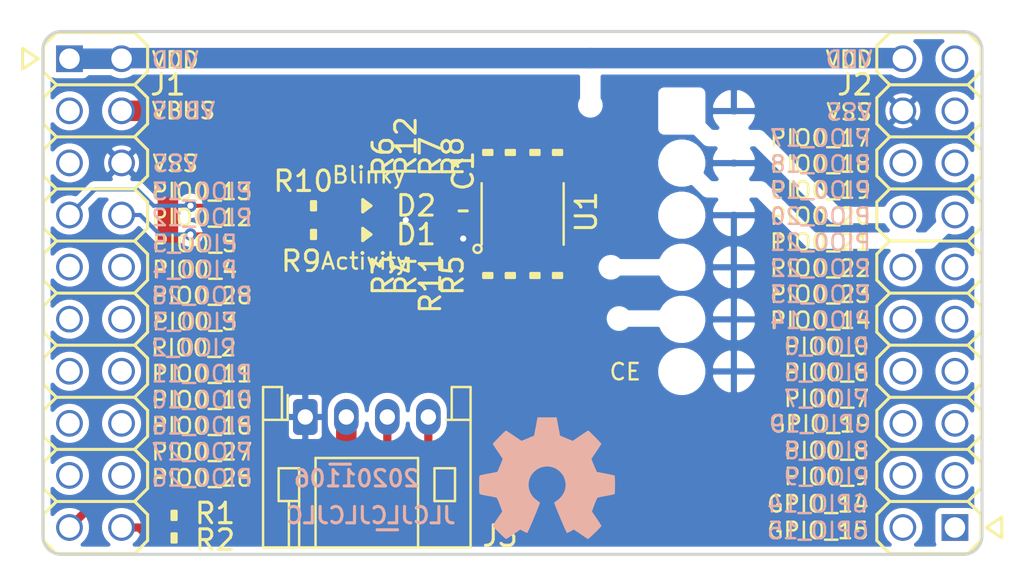
<source format=kicad_pcb>
(kicad_pcb (version 20171130) (host pcbnew 5.1.8-db9833491~87~ubuntu20.04.1)

  (general
    (thickness 1.6)
    (drawings 77)
    (tracks 73)
    (zones 0)
    (modules 22)
    (nets 48)
  )

  (page A4)
  (layers
    (0 F.Cu signal)
    (31 B.Cu signal)
    (32 B.Adhes user)
    (33 F.Adhes user)
    (34 B.Paste user)
    (35 F.Paste user)
    (36 B.SilkS user)
    (37 F.SilkS user)
    (38 B.Mask user)
    (39 F.Mask user)
    (40 Dwgs.User user)
    (41 Cmts.User user)
    (42 Eco1.User user)
    (43 Eco2.User user)
    (44 Edge.Cuts user)
    (45 Margin user)
    (46 B.CrtYd user)
    (47 F.CrtYd user)
    (48 B.Fab user)
    (49 F.Fab user)
  )

  (setup
    (last_trace_width 0.2)
    (user_trace_width 0.15)
    (user_trace_width 0.2)
    (user_trace_width 0.3)
    (user_trace_width 0.4)
    (user_trace_width 0.6)
    (user_trace_width 1)
    (user_trace_width 1.5)
    (user_trace_width 2)
    (trace_clearance 0.127)
    (zone_clearance 0.3)
    (zone_45_only no)
    (trace_min 0.127)
    (via_size 0.6)
    (via_drill 0.3)
    (via_min_size 0.6)
    (via_min_drill 0.3)
    (user_via 0.6 0.3)
    (user_via 0.65 0.4)
    (user_via 0.75 0.6)
    (user_via 0.95 0.8)
    (user_via 1.3 1)
    (user_via 1.5 1.2)
    (user_via 1.7 1.4)
    (user_via 1.9 1.6)
    (uvia_size 0.6)
    (uvia_drill 0.3)
    (uvias_allowed no)
    (uvia_min_size 0.381)
    (uvia_min_drill 0.254)
    (edge_width 0.15)
    (segment_width 0.2)
    (pcb_text_width 0.3)
    (pcb_text_size 1.5 1.5)
    (mod_edge_width 0.15)
    (mod_text_size 0.8 0.8)
    (mod_text_width 0.12)
    (pad_size 0.7 1.8)
    (pad_drill 0)
    (pad_to_mask_clearance 0.1)
    (aux_axis_origin 0 0)
    (visible_elements FFFFFF7F)
    (pcbplotparams
      (layerselection 0x010fc_ffffffff)
      (usegerberextensions false)
      (usegerberattributes false)
      (usegerberadvancedattributes false)
      (creategerberjobfile false)
      (excludeedgelayer false)
      (linewidth 0.150000)
      (plotframeref false)
      (viasonmask false)
      (mode 1)
      (useauxorigin false)
      (hpglpennumber 1)
      (hpglpenspeed 20)
      (hpglpendiameter 15.000000)
      (psnegative false)
      (psa4output false)
      (plotreference true)
      (plotvalue true)
      (plotinvisibletext false)
      (padsonsilk false)
      (subtractmaskfromsilk false)
      (outputformat 1)
      (mirror false)
      (drillshape 0)
      (scaleselection 1)
      (outputdirectory "plots/"))
  )

  (net 0 "")
  (net 1 /VBUS)
  (net 2 /PIO0_10)
  (net 3 /PIO0_11)
  (net 4 /PIO0_2)
  (net 5 /PIO0_3)
  (net 6 /PIO0_4)
  (net 7 /PIO0_5)
  (net 8 /VSS)
  (net 9 /VDD)
  (net 10 /PIO0_14)
  (net 11 /PIO0_23)
  (net 12 /PIO0_6)
  (net 13 /PIO0_0)
  (net 14 /PIO0_7)
  (net 15 /PIO0_9)
  (net 16 /PIO0_8)
  (net 17 /GPIO_19)
  (net 18 /GPIO_15)
  (net 19 /GPIO_14)
  (net 20 /UART_RX)
  (net 21 /UART_TX)
  (net 22 "Net-(J3-Pad4)")
  (net 23 "Net-(J3-Pad3)")
  (net 24 /CE_FLASH)
  (net 25 "Net-(R3-Pad1)")
  (net 26 "Net-(R4-Pad1)")
  (net 27 "Net-(R7-Pad2)")
  (net 28 "Net-(R8-Pad2)")
  (net 29 "Net-(D1-Pad2)")
  (net 30 "Net-(D2-Pad2)")
  (net 31 /PIO0_26)
  (net 32 /PIO0_27)
  (net 33 /PIO0_16)
  (net 34 /PIO0_28)
  (net 35 /LED0)
  (net 36 /LED1)
  (net 37 "Net-(J1-Pad5)")
  (net 38 "Net-(J1-Pad3)")
  (net 39 "Net-(J2-Pad19)")
  (net 40 "Net-(J2-Pad17)")
  (net 41 /SIO1)
  (net 42 /SIO0)
  (net 43 /SIO3)
  (net 44 /SIO2)
  (net 45 /CLK)
  (net 46 "Net-(R11-Pad1)")
  (net 47 "Net-(R12-Pad2)")

  (net_class Default "This is the default net class."
    (clearance 0.127)
    (trace_width 0.127)
    (via_dia 0.6)
    (via_drill 0.3)
    (uvia_dia 0.6)
    (uvia_drill 0.3)
    (add_net /CE_FLASH)
    (add_net /CLK)
    (add_net /GPIO_14)
    (add_net /GPIO_15)
    (add_net /GPIO_19)
    (add_net /LED0)
    (add_net /LED1)
    (add_net /PIO0_0)
    (add_net /PIO0_10)
    (add_net /PIO0_11)
    (add_net /PIO0_14)
    (add_net /PIO0_16)
    (add_net /PIO0_2)
    (add_net /PIO0_23)
    (add_net /PIO0_26)
    (add_net /PIO0_27)
    (add_net /PIO0_28)
    (add_net /PIO0_3)
    (add_net /PIO0_4)
    (add_net /PIO0_5)
    (add_net /PIO0_6)
    (add_net /PIO0_7)
    (add_net /PIO0_8)
    (add_net /PIO0_9)
    (add_net /SIO0)
    (add_net /SIO1)
    (add_net /SIO2)
    (add_net /SIO3)
    (add_net /UART_RX)
    (add_net /UART_TX)
    (add_net /VBUS)
    (add_net /VDD)
    (add_net /VSS)
    (add_net "Net-(D1-Pad2)")
    (add_net "Net-(D2-Pad2)")
    (add_net "Net-(J1-Pad3)")
    (add_net "Net-(J1-Pad5)")
    (add_net "Net-(J2-Pad17)")
    (add_net "Net-(J2-Pad19)")
    (add_net "Net-(J3-Pad3)")
    (add_net "Net-(J3-Pad4)")
    (add_net "Net-(R11-Pad1)")
    (add_net "Net-(R12-Pad2)")
    (add_net "Net-(R3-Pad1)")
    (add_net "Net-(R4-Pad1)")
    (add_net "Net-(R7-Pad2)")
    (add_net "Net-(R8-Pad2)")
  )

  (module SquantorIC:USON-8-4x3-Macronix (layer F.Cu) (tedit 5FA525CB) (tstamp 5FA33069)
    (at 85.6 82.5 90)
    (descr "USON 8 pin 4 by 3mm size as specified by Macronix")
    (tags "USON-8 4x3mm Macronix")
    (path /5FA3CCEA)
    (attr smd)
    (fp_text reference U1 (at 0.1 3.1 90) (layer F.SilkS)
      (effects (font (size 1 1) (thickness 0.15)))
    )
    (fp_text value "generic 25XNN serial flash" (at 0 3.1 90) (layer F.Fab)
      (effects (font (size 1 1) (thickness 0.15)))
    )
    (fp_line (start 1.5 2) (end 1.5 -2) (layer F.Fab) (width 0.1))
    (fp_line (start -1.5 -2) (end -1.5 2) (layer F.Fab) (width 0.1))
    (fp_line (start 1.9 -2.3) (end -1.9 -2.3) (layer F.CrtYd) (width 0.025))
    (fp_line (start 1.9 2.4) (end 1.9 -2.3) (layer F.CrtYd) (width 0.025))
    (fp_line (start -1.9 2.4) (end 1.9 2.4) (layer F.CrtYd) (width 0.025))
    (fp_line (start -1.9 -2.3) (end -1.9 2.4) (layer F.CrtYd) (width 0.025))
    (fp_circle (center -1.7 -2.2) (end -1.5 -2.2) (layer F.SilkS) (width 0.12))
    (fp_line (start 1.5 -2) (end -1.5 -2) (layer F.SilkS) (width 0.12))
    (fp_line (start -1.5 2) (end 1.5 2) (layer F.SilkS) (width 0.12))
    (pad 9 smd rect (at 0 -0.8 90) (size 0.2 0.8) (layers F.Cu F.Paste F.Mask))
    (pad 9 smd rect (at 0 0.8 90) (size 0.2 0.8) (layers F.Cu F.Paste F.Mask))
    (pad 8 smd rect (at 1.2 -1.2 90) (size 0.8 0.4) (layers F.Cu F.Paste F.Mask)
      (net 9 /VDD))
    (pad 7 smd rect (at 1.2 -0.4 90) (size 0.8 0.4) (layers F.Cu F.Paste F.Mask)
      (net 47 "Net-(R12-Pad2)"))
    (pad 6 smd rect (at 1.2 0.4 90) (size 0.8 0.4) (layers F.Cu F.Paste F.Mask)
      (net 27 "Net-(R7-Pad2)"))
    (pad 5 smd rect (at 1.2 1.2 90) (size 0.8 0.4) (layers F.Cu F.Paste F.Mask)
      (net 28 "Net-(R8-Pad2)"))
    (pad 4 smd rect (at -1.2 1.2 90) (size 0.8 0.4) (layers F.Cu F.Paste F.Mask)
      (net 8 /VSS))
    (pad 3 smd rect (at -1.2 0.4 90) (size 0.8 0.4) (layers F.Cu F.Paste F.Mask)
      (net 46 "Net-(R11-Pad1)"))
    (pad 2 smd rect (at -1.2 -0.4 90) (size 0.8 0.4) (layers F.Cu F.Paste F.Mask)
      (net 26 "Net-(R4-Pad1)"))
    (pad 1 smd rect (at -1.2 -1.2 90) (size 0.8 0.4) (layers F.Cu F.Paste F.Mask)
      (net 25 "Net-(R3-Pad1)"))
    (model ${KISYS3DMOD}/Package_SON.3dshapes/WSON-8_4x4mm_P0.8mm.step
      (at (xyz 0 0 0))
      (scale (xyz 0.7 1 1))
      (rotate (xyz 0 0 0))
    )
  )

  (module SquantorRcl:R_0402_hand (layer F.Cu) (tedit 5D440136) (tstamp 5FA51A58)
    (at 85 79.5 270)
    (descr "Resistor SMD 0402, reflow soldering, Vishay (see dcrcw.pdf)")
    (tags "resistor 0402")
    (path /5FB4CB0B)
    (attr smd)
    (fp_text reference R12 (at -0.3 5.1 90) (layer F.SilkS)
      (effects (font (size 1 1) (thickness 0.15)))
    )
    (fp_text value 100 (at -0.3 5.1 90) (layer F.Fab)
      (effects (font (size 1 1) (thickness 0.15)))
    )
    (fp_line (start 0 -0.2) (end 0 0.2) (layer F.SilkS) (width 0.15))
    (fp_line (start -0.1 0.2) (end -0.1 -0.2) (layer F.SilkS) (width 0.15))
    (fp_line (start 0.1 0.2) (end -0.1 0.2) (layer F.SilkS) (width 0.15))
    (fp_line (start 0.1 -0.2) (end 0.1 0.2) (layer F.SilkS) (width 0.15))
    (fp_line (start -0.1 -0.2) (end 0.1 -0.2) (layer F.SilkS) (width 0.15))
    (fp_line (start 1.1 -0.55) (end 1.1 0.55) (layer F.CrtYd) (width 0.05))
    (fp_line (start -1.1 -0.55) (end -1.1 0.55) (layer F.CrtYd) (width 0.05))
    (fp_line (start -1.1 0.55) (end 1.1 0.55) (layer F.CrtYd) (width 0.05))
    (fp_line (start -1.1 -0.55) (end 1.1 -0.55) (layer F.CrtYd) (width 0.05))
    (fp_line (start -0.5 -0.25) (end 0.5 -0.25) (layer F.Fab) (width 0.1))
    (fp_line (start 0.5 -0.25) (end 0.5 0.25) (layer F.Fab) (width 0.1))
    (fp_line (start 0.5 0.25) (end -0.5 0.25) (layer F.Fab) (width 0.1))
    (fp_line (start -0.5 0.25) (end -0.5 -0.25) (layer F.Fab) (width 0.1))
    (pad 2 smd rect (at 0.55 0 270) (size 0.6 0.6) (layers F.Cu F.Paste F.Mask)
      (net 47 "Net-(R12-Pad2)"))
    (pad 1 smd rect (at -0.55 0 270) (size 0.6 0.6) (layers F.Cu F.Paste F.Mask)
      (net 43 /SIO3))
    (model ${KISYS3DMOD}/Resistor_SMD.3dshapes/R_0402_1005Metric.step
      (at (xyz 0 0 0))
      (scale (xyz 1 1 1))
      (rotate (xyz 0 0 0))
    )
  )

  (module SquantorRcl:R_0402_hand (layer F.Cu) (tedit 5D440136) (tstamp 5FA51A45)
    (at 86.2 85.5 270)
    (descr "Resistor SMD 0402, reflow soldering, Vishay (see dcrcw.pdf)")
    (tags "resistor 0402")
    (path /5FAE9FAA)
    (attr smd)
    (fp_text reference R11 (at 0.4 5.1 90) (layer F.SilkS)
      (effects (font (size 1 1) (thickness 0.15)))
    )
    (fp_text value 100 (at 0.4 5.1 90) (layer F.Fab)
      (effects (font (size 1 1) (thickness 0.15)))
    )
    (fp_line (start 0 -0.2) (end 0 0.2) (layer F.SilkS) (width 0.15))
    (fp_line (start -0.1 0.2) (end -0.1 -0.2) (layer F.SilkS) (width 0.15))
    (fp_line (start 0.1 0.2) (end -0.1 0.2) (layer F.SilkS) (width 0.15))
    (fp_line (start 0.1 -0.2) (end 0.1 0.2) (layer F.SilkS) (width 0.15))
    (fp_line (start -0.1 -0.2) (end 0.1 -0.2) (layer F.SilkS) (width 0.15))
    (fp_line (start 1.1 -0.55) (end 1.1 0.55) (layer F.CrtYd) (width 0.05))
    (fp_line (start -1.1 -0.55) (end -1.1 0.55) (layer F.CrtYd) (width 0.05))
    (fp_line (start -1.1 0.55) (end 1.1 0.55) (layer F.CrtYd) (width 0.05))
    (fp_line (start -1.1 -0.55) (end 1.1 -0.55) (layer F.CrtYd) (width 0.05))
    (fp_line (start -0.5 -0.25) (end 0.5 -0.25) (layer F.Fab) (width 0.1))
    (fp_line (start 0.5 -0.25) (end 0.5 0.25) (layer F.Fab) (width 0.1))
    (fp_line (start 0.5 0.25) (end -0.5 0.25) (layer F.Fab) (width 0.1))
    (fp_line (start -0.5 0.25) (end -0.5 -0.25) (layer F.Fab) (width 0.1))
    (pad 2 smd rect (at 0.55 0 270) (size 0.6 0.6) (layers F.Cu F.Paste F.Mask)
      (net 44 /SIO2))
    (pad 1 smd rect (at -0.55 0 270) (size 0.6 0.6) (layers F.Cu F.Paste F.Mask)
      (net 46 "Net-(R11-Pad1)"))
    (model ${KISYS3DMOD}/Resistor_SMD.3dshapes/R_0402_1005Metric.step
      (at (xyz 0 0 0))
      (scale (xyz 1 1 1))
      (rotate (xyz 0 0 0))
    )
  )

  (module SquantorRcl:R_0402_hand (layer F.Cu) (tedit 5D440136) (tstamp 5FA3425D)
    (at 75.4 82.1 180)
    (descr "Resistor SMD 0402, reflow soldering, Vishay (see dcrcw.pdf)")
    (tags "resistor 0402")
    (path /5FA71094)
    (attr smd)
    (fp_text reference R10 (at 0.5 1.2) (layer F.SilkS)
      (effects (font (size 1 1) (thickness 0.15)))
    )
    (fp_text value 4.7K (at 0.7 1.2) (layer F.Fab)
      (effects (font (size 1 1) (thickness 0.15)))
    )
    (fp_line (start -0.5 0.25) (end -0.5 -0.25) (layer F.Fab) (width 0.1))
    (fp_line (start 0.5 0.25) (end -0.5 0.25) (layer F.Fab) (width 0.1))
    (fp_line (start 0.5 -0.25) (end 0.5 0.25) (layer F.Fab) (width 0.1))
    (fp_line (start -0.5 -0.25) (end 0.5 -0.25) (layer F.Fab) (width 0.1))
    (fp_line (start -1.1 -0.55) (end 1.1 -0.55) (layer F.CrtYd) (width 0.05))
    (fp_line (start -1.1 0.55) (end 1.1 0.55) (layer F.CrtYd) (width 0.05))
    (fp_line (start -1.1 -0.55) (end -1.1 0.55) (layer F.CrtYd) (width 0.05))
    (fp_line (start 1.1 -0.55) (end 1.1 0.55) (layer F.CrtYd) (width 0.05))
    (fp_line (start -0.1 -0.2) (end 0.1 -0.2) (layer F.SilkS) (width 0.15))
    (fp_line (start 0.1 -0.2) (end 0.1 0.2) (layer F.SilkS) (width 0.15))
    (fp_line (start 0.1 0.2) (end -0.1 0.2) (layer F.SilkS) (width 0.15))
    (fp_line (start -0.1 0.2) (end -0.1 -0.2) (layer F.SilkS) (width 0.15))
    (fp_line (start 0 -0.2) (end 0 0.2) (layer F.SilkS) (width 0.15))
    (pad 2 smd rect (at 0.55 0 180) (size 0.6 0.6) (layers F.Cu F.Paste F.Mask)
      (net 36 /LED1))
    (pad 1 smd rect (at -0.55 0 180) (size 0.6 0.6) (layers F.Cu F.Paste F.Mask)
      (net 30 "Net-(D2-Pad2)"))
    (model ${KISYS3DMOD}/Resistor_SMD.3dshapes/R_0402_1005Metric.step
      (at (xyz 0 0 0))
      (scale (xyz 1 1 1))
      (rotate (xyz 0 0 0))
    )
  )

  (module SquantorRcl:R_0402_hand (layer F.Cu) (tedit 5D440136) (tstamp 5FA3424A)
    (at 75.4 83.5 180)
    (descr "Resistor SMD 0402, reflow soldering, Vishay (see dcrcw.pdf)")
    (tags "resistor 0402")
    (path /5FA70748)
    (attr smd)
    (fp_text reference R9 (at 0.6 -1.3) (layer F.SilkS)
      (effects (font (size 1 1) (thickness 0.15)))
    )
    (fp_text value 4.7K (at 0.7 -1.3) (layer F.Fab)
      (effects (font (size 1 1) (thickness 0.15)))
    )
    (fp_line (start -0.5 0.25) (end -0.5 -0.25) (layer F.Fab) (width 0.1))
    (fp_line (start 0.5 0.25) (end -0.5 0.25) (layer F.Fab) (width 0.1))
    (fp_line (start 0.5 -0.25) (end 0.5 0.25) (layer F.Fab) (width 0.1))
    (fp_line (start -0.5 -0.25) (end 0.5 -0.25) (layer F.Fab) (width 0.1))
    (fp_line (start -1.1 -0.55) (end 1.1 -0.55) (layer F.CrtYd) (width 0.05))
    (fp_line (start -1.1 0.55) (end 1.1 0.55) (layer F.CrtYd) (width 0.05))
    (fp_line (start -1.1 -0.55) (end -1.1 0.55) (layer F.CrtYd) (width 0.05))
    (fp_line (start 1.1 -0.55) (end 1.1 0.55) (layer F.CrtYd) (width 0.05))
    (fp_line (start -0.1 -0.2) (end 0.1 -0.2) (layer F.SilkS) (width 0.15))
    (fp_line (start 0.1 -0.2) (end 0.1 0.2) (layer F.SilkS) (width 0.15))
    (fp_line (start 0.1 0.2) (end -0.1 0.2) (layer F.SilkS) (width 0.15))
    (fp_line (start -0.1 0.2) (end -0.1 -0.2) (layer F.SilkS) (width 0.15))
    (fp_line (start 0 -0.2) (end 0 0.2) (layer F.SilkS) (width 0.15))
    (pad 2 smd rect (at 0.55 0 180) (size 0.6 0.6) (layers F.Cu F.Paste F.Mask)
      (net 35 /LED0))
    (pad 1 smd rect (at -0.55 0 180) (size 0.6 0.6) (layers F.Cu F.Paste F.Mask)
      (net 29 "Net-(D1-Pad2)"))
    (model ${KISYS3DMOD}/Resistor_SMD.3dshapes/R_0402_1005Metric.step
      (at (xyz 0 0 0))
      (scale (xyz 1 1 1))
      (rotate (xyz 0 0 0))
    )
  )

  (module SquantorDiodes:LED_0603_hand (layer F.Cu) (tedit 5D43FE44) (tstamp 5FA33EFD)
    (at 78 82.1 180)
    (descr "LED SMD 0603, reflow soldering, general purpose")
    (tags "LED 0603")
    (path /5FA7856F)
    (attr smd)
    (fp_text reference D2 (at -2.4 0) (layer F.SilkS)
      (effects (font (size 1 1) (thickness 0.15)))
    )
    (fp_text value LED (at 0 1.9) (layer F.Fab)
      (effects (font (size 1 1) (thickness 0.15)))
    )
    (fp_line (start -0.8 0.4) (end -0.8 -0.4) (layer F.Fab) (width 0.1))
    (fp_line (start 0.8 0.4) (end -0.8 0.4) (layer F.Fab) (width 0.1))
    (fp_line (start 0.8 -0.4) (end 0.8 0.4) (layer F.Fab) (width 0.1))
    (fp_line (start -0.8 -0.4) (end 0.8 -0.4) (layer F.Fab) (width 0.1))
    (fp_line (start -1.5 -0.7) (end 1.5 -0.7) (layer F.CrtYd) (width 0.05))
    (fp_line (start -1.5 0.7) (end 1.5 0.7) (layer F.CrtYd) (width 0.05))
    (fp_line (start -1.5 -0.7) (end -1.5 0.7) (layer F.CrtYd) (width 0.05))
    (fp_line (start 1.5 -0.7) (end 1.5 0.7) (layer F.CrtYd) (width 0.05))
    (fp_line (start 0.2 -0.3) (end -0.2 0) (layer F.SilkS) (width 0.15))
    (fp_line (start -0.2 0) (end 0.2 0.3) (layer F.SilkS) (width 0.15))
    (fp_line (start 0.2 0.3) (end 0.2 -0.3) (layer F.SilkS) (width 0.15))
    (fp_line (start -0.2 0) (end 0.2 0) (layer F.SilkS) (width 0.15))
    (fp_line (start 0.1 -0.2) (end 0.1 0.2) (layer F.SilkS) (width 0.15))
    (pad 2 smd rect (at 0.85 0 180) (size 0.7 0.9) (layers F.Cu F.Paste F.Mask)
      (net 30 "Net-(D2-Pad2)"))
    (pad 1 smd rect (at -0.85 0 180) (size 0.7 0.9) (layers F.Cu F.Paste F.Mask)
      (net 8 /VSS))
    (model ${KISYS3DMOD}/LED_SMD.3dshapes/LED_0603_1608Metric.step
      (at (xyz 0 0 0))
      (scale (xyz 1 1 1))
      (rotate (xyz 0 0 0))
    )
  )

  (module SquantorDiodes:LED_0603_hand (layer F.Cu) (tedit 5D43FE44) (tstamp 5FA33EEA)
    (at 78 83.5 180)
    (descr "LED SMD 0603, reflow soldering, general purpose")
    (tags "LED 0603")
    (path /5FA77252)
    (attr smd)
    (fp_text reference D1 (at -2.4 0) (layer F.SilkS)
      (effects (font (size 1 1) (thickness 0.15)))
    )
    (fp_text value LED (at 0 1.9) (layer F.Fab)
      (effects (font (size 1 1) (thickness 0.15)))
    )
    (fp_line (start -0.8 0.4) (end -0.8 -0.4) (layer F.Fab) (width 0.1))
    (fp_line (start 0.8 0.4) (end -0.8 0.4) (layer F.Fab) (width 0.1))
    (fp_line (start 0.8 -0.4) (end 0.8 0.4) (layer F.Fab) (width 0.1))
    (fp_line (start -0.8 -0.4) (end 0.8 -0.4) (layer F.Fab) (width 0.1))
    (fp_line (start -1.5 -0.7) (end 1.5 -0.7) (layer F.CrtYd) (width 0.05))
    (fp_line (start -1.5 0.7) (end 1.5 0.7) (layer F.CrtYd) (width 0.05))
    (fp_line (start -1.5 -0.7) (end -1.5 0.7) (layer F.CrtYd) (width 0.05))
    (fp_line (start 1.5 -0.7) (end 1.5 0.7) (layer F.CrtYd) (width 0.05))
    (fp_line (start 0.2 -0.3) (end -0.2 0) (layer F.SilkS) (width 0.15))
    (fp_line (start -0.2 0) (end 0.2 0.3) (layer F.SilkS) (width 0.15))
    (fp_line (start 0.2 0.3) (end 0.2 -0.3) (layer F.SilkS) (width 0.15))
    (fp_line (start -0.2 0) (end 0.2 0) (layer F.SilkS) (width 0.15))
    (fp_line (start 0.1 -0.2) (end 0.1 0.2) (layer F.SilkS) (width 0.15))
    (pad 2 smd rect (at 0.85 0 180) (size 0.7 0.9) (layers F.Cu F.Paste F.Mask)
      (net 29 "Net-(D1-Pad2)"))
    (pad 1 smd rect (at -0.85 0 180) (size 0.7 0.9) (layers F.Cu F.Paste F.Mask)
      (net 8 /VSS))
    (model ${KISYS3DMOD}/LED_SMD.3dshapes/LED_0603_1608Metric.step
      (at (xyz 0 0 0))
      (scale (xyz 1 1 1))
      (rotate (xyz 0 0 0))
    )
  )

  (module SquantorRcl:R_0402_hand (layer F.Cu) (tedit 5D440136) (tstamp 5FA1F25B)
    (at 87.3 79.5 270)
    (descr "Resistor SMD 0402, reflow soldering, Vishay (see dcrcw.pdf)")
    (tags "resistor 0402")
    (path /5FA5410E)
    (attr smd)
    (fp_text reference R8 (at 0.2 5.1 90) (layer F.SilkS)
      (effects (font (size 1 1) (thickness 0.15)))
    )
    (fp_text value 100 (at -0.3 5.1 90) (layer F.Fab)
      (effects (font (size 1 1) (thickness 0.15)))
    )
    (fp_line (start -0.5 0.25) (end -0.5 -0.25) (layer F.Fab) (width 0.1))
    (fp_line (start 0.5 0.25) (end -0.5 0.25) (layer F.Fab) (width 0.1))
    (fp_line (start 0.5 -0.25) (end 0.5 0.25) (layer F.Fab) (width 0.1))
    (fp_line (start -0.5 -0.25) (end 0.5 -0.25) (layer F.Fab) (width 0.1))
    (fp_line (start -1.1 -0.55) (end 1.1 -0.55) (layer F.CrtYd) (width 0.05))
    (fp_line (start -1.1 0.55) (end 1.1 0.55) (layer F.CrtYd) (width 0.05))
    (fp_line (start -1.1 -0.55) (end -1.1 0.55) (layer F.CrtYd) (width 0.05))
    (fp_line (start 1.1 -0.55) (end 1.1 0.55) (layer F.CrtYd) (width 0.05))
    (fp_line (start -0.1 -0.2) (end 0.1 -0.2) (layer F.SilkS) (width 0.15))
    (fp_line (start 0.1 -0.2) (end 0.1 0.2) (layer F.SilkS) (width 0.15))
    (fp_line (start 0.1 0.2) (end -0.1 0.2) (layer F.SilkS) (width 0.15))
    (fp_line (start -0.1 0.2) (end -0.1 -0.2) (layer F.SilkS) (width 0.15))
    (fp_line (start 0 -0.2) (end 0 0.2) (layer F.SilkS) (width 0.15))
    (pad 2 smd rect (at 0.55 0 270) (size 0.6 0.6) (layers F.Cu F.Paste F.Mask)
      (net 28 "Net-(R8-Pad2)"))
    (pad 1 smd rect (at -0.55 0 270) (size 0.6 0.6) (layers F.Cu F.Paste F.Mask)
      (net 42 /SIO0))
    (model ${KISYS3DMOD}/Resistor_SMD.3dshapes/R_0402_1005Metric.step
      (at (xyz 0 0 0))
      (scale (xyz 1 1 1))
      (rotate (xyz 0 0 0))
    )
  )

  (module SquantorRcl:R_0402_hand (layer F.Cu) (tedit 5D440136) (tstamp 5FA1F248)
    (at 86.2 79.5 270)
    (descr "Resistor SMD 0402, reflow soldering, Vishay (see dcrcw.pdf)")
    (tags "resistor 0402")
    (path /5FA5396F)
    (attr smd)
    (fp_text reference R7 (at 0.2 5.1 90) (layer F.SilkS)
      (effects (font (size 1 1) (thickness 0.15)))
    )
    (fp_text value 100 (at -0.3 5.1 90) (layer F.Fab)
      (effects (font (size 1 1) (thickness 0.15)))
    )
    (fp_line (start -0.5 0.25) (end -0.5 -0.25) (layer F.Fab) (width 0.1))
    (fp_line (start 0.5 0.25) (end -0.5 0.25) (layer F.Fab) (width 0.1))
    (fp_line (start 0.5 -0.25) (end 0.5 0.25) (layer F.Fab) (width 0.1))
    (fp_line (start -0.5 -0.25) (end 0.5 -0.25) (layer F.Fab) (width 0.1))
    (fp_line (start -1.1 -0.55) (end 1.1 -0.55) (layer F.CrtYd) (width 0.05))
    (fp_line (start -1.1 0.55) (end 1.1 0.55) (layer F.CrtYd) (width 0.05))
    (fp_line (start -1.1 -0.55) (end -1.1 0.55) (layer F.CrtYd) (width 0.05))
    (fp_line (start 1.1 -0.55) (end 1.1 0.55) (layer F.CrtYd) (width 0.05))
    (fp_line (start -0.1 -0.2) (end 0.1 -0.2) (layer F.SilkS) (width 0.15))
    (fp_line (start 0.1 -0.2) (end 0.1 0.2) (layer F.SilkS) (width 0.15))
    (fp_line (start 0.1 0.2) (end -0.1 0.2) (layer F.SilkS) (width 0.15))
    (fp_line (start -0.1 0.2) (end -0.1 -0.2) (layer F.SilkS) (width 0.15))
    (fp_line (start 0 -0.2) (end 0 0.2) (layer F.SilkS) (width 0.15))
    (pad 2 smd rect (at 0.55 0 270) (size 0.6 0.6) (layers F.Cu F.Paste F.Mask)
      (net 27 "Net-(R7-Pad2)"))
    (pad 1 smd rect (at -0.55 0 270) (size 0.6 0.6) (layers F.Cu F.Paste F.Mask)
      (net 45 /CLK))
    (model ${KISYS3DMOD}/Resistor_SMD.3dshapes/R_0402_1005Metric.step
      (at (xyz 0 0 0))
      (scale (xyz 1 1 1))
      (rotate (xyz 0 0 0))
    )
  )

  (module SquantorRcl:R_0402_hand (layer F.Cu) (tedit 5D440136) (tstamp 5FA1F235)
    (at 83.9 79.5 270)
    (descr "Resistor SMD 0402, reflow soldering, Vishay (see dcrcw.pdf)")
    (tags "resistor 0402")
    (path /5FA4B9BE)
    (attr smd)
    (fp_text reference R6 (at 0.2 5.1 90) (layer F.SilkS)
      (effects (font (size 1 1) (thickness 0.15)))
    )
    (fp_text value 10k (at -0.2 5.1 90) (layer F.Fab)
      (effects (font (size 1 1) (thickness 0.15)))
    )
    (fp_line (start -0.5 0.25) (end -0.5 -0.25) (layer F.Fab) (width 0.1))
    (fp_line (start 0.5 0.25) (end -0.5 0.25) (layer F.Fab) (width 0.1))
    (fp_line (start 0.5 -0.25) (end 0.5 0.25) (layer F.Fab) (width 0.1))
    (fp_line (start -0.5 -0.25) (end 0.5 -0.25) (layer F.Fab) (width 0.1))
    (fp_line (start -1.1 -0.55) (end 1.1 -0.55) (layer F.CrtYd) (width 0.05))
    (fp_line (start -1.1 0.55) (end 1.1 0.55) (layer F.CrtYd) (width 0.05))
    (fp_line (start -1.1 -0.55) (end -1.1 0.55) (layer F.CrtYd) (width 0.05))
    (fp_line (start 1.1 -0.55) (end 1.1 0.55) (layer F.CrtYd) (width 0.05))
    (fp_line (start -0.1 -0.2) (end 0.1 -0.2) (layer F.SilkS) (width 0.15))
    (fp_line (start 0.1 -0.2) (end 0.1 0.2) (layer F.SilkS) (width 0.15))
    (fp_line (start 0.1 0.2) (end -0.1 0.2) (layer F.SilkS) (width 0.15))
    (fp_line (start -0.1 0.2) (end -0.1 -0.2) (layer F.SilkS) (width 0.15))
    (fp_line (start 0 -0.2) (end 0 0.2) (layer F.SilkS) (width 0.15))
    (pad 2 smd rect (at 0.55 0 270) (size 0.6 0.6) (layers F.Cu F.Paste F.Mask)
      (net 47 "Net-(R12-Pad2)"))
    (pad 1 smd rect (at -0.55 0 270) (size 0.6 0.6) (layers F.Cu F.Paste F.Mask)
      (net 9 /VDD))
    (model ${KISYS3DMOD}/Resistor_SMD.3dshapes/R_0402_1005Metric.step
      (at (xyz 0 0 0))
      (scale (xyz 1 1 1))
      (rotate (xyz 0 0 0))
    )
  )

  (module SquantorRcl:R_0402_hand (layer F.Cu) (tedit 5D440136) (tstamp 5FA1F222)
    (at 87.3 85.5 270)
    (descr "Resistor SMD 0402, reflow soldering, Vishay (see dcrcw.pdf)")
    (tags "resistor 0402")
    (path /5FA47038)
    (attr smd)
    (fp_text reference R5 (at 0 5.1 90) (layer F.SilkS)
      (effects (font (size 1 1) (thickness 0.15)))
    )
    (fp_text value 10k (at 0.3 5.1 90) (layer F.Fab)
      (effects (font (size 1 1) (thickness 0.15)))
    )
    (fp_line (start -0.5 0.25) (end -0.5 -0.25) (layer F.Fab) (width 0.1))
    (fp_line (start 0.5 0.25) (end -0.5 0.25) (layer F.Fab) (width 0.1))
    (fp_line (start 0.5 -0.25) (end 0.5 0.25) (layer F.Fab) (width 0.1))
    (fp_line (start -0.5 -0.25) (end 0.5 -0.25) (layer F.Fab) (width 0.1))
    (fp_line (start -1.1 -0.55) (end 1.1 -0.55) (layer F.CrtYd) (width 0.05))
    (fp_line (start -1.1 0.55) (end 1.1 0.55) (layer F.CrtYd) (width 0.05))
    (fp_line (start -1.1 -0.55) (end -1.1 0.55) (layer F.CrtYd) (width 0.05))
    (fp_line (start 1.1 -0.55) (end 1.1 0.55) (layer F.CrtYd) (width 0.05))
    (fp_line (start -0.1 -0.2) (end 0.1 -0.2) (layer F.SilkS) (width 0.15))
    (fp_line (start 0.1 -0.2) (end 0.1 0.2) (layer F.SilkS) (width 0.15))
    (fp_line (start 0.1 0.2) (end -0.1 0.2) (layer F.SilkS) (width 0.15))
    (fp_line (start -0.1 0.2) (end -0.1 -0.2) (layer F.SilkS) (width 0.15))
    (fp_line (start 0 -0.2) (end 0 0.2) (layer F.SilkS) (width 0.15))
    (pad 2 smd rect (at 0.55 0 270) (size 0.6 0.6) (layers F.Cu F.Paste F.Mask)
      (net 9 /VDD))
    (pad 1 smd rect (at -0.55 0 270) (size 0.6 0.6) (layers F.Cu F.Paste F.Mask)
      (net 46 "Net-(R11-Pad1)"))
    (model ${KISYS3DMOD}/Resistor_SMD.3dshapes/R_0402_1005Metric.step
      (at (xyz 0 0 0))
      (scale (xyz 1 1 1))
      (rotate (xyz 0 0 0))
    )
  )

  (module SquantorRcl:R_0402_hand (layer F.Cu) (tedit 5D440136) (tstamp 5FA1F20F)
    (at 85 85.5 270)
    (descr "Resistor SMD 0402, reflow soldering, Vishay (see dcrcw.pdf)")
    (tags "resistor 0402")
    (path /5FA4F275)
    (attr smd)
    (fp_text reference R4 (at 0 5.1 90) (layer F.SilkS)
      (effects (font (size 1 1) (thickness 0.15)))
    )
    (fp_text value 100 (at 0.4 5.1 90) (layer F.Fab)
      (effects (font (size 1 1) (thickness 0.15)))
    )
    (fp_line (start -0.5 0.25) (end -0.5 -0.25) (layer F.Fab) (width 0.1))
    (fp_line (start 0.5 0.25) (end -0.5 0.25) (layer F.Fab) (width 0.1))
    (fp_line (start 0.5 -0.25) (end 0.5 0.25) (layer F.Fab) (width 0.1))
    (fp_line (start -0.5 -0.25) (end 0.5 -0.25) (layer F.Fab) (width 0.1))
    (fp_line (start -1.1 -0.55) (end 1.1 -0.55) (layer F.CrtYd) (width 0.05))
    (fp_line (start -1.1 0.55) (end 1.1 0.55) (layer F.CrtYd) (width 0.05))
    (fp_line (start -1.1 -0.55) (end -1.1 0.55) (layer F.CrtYd) (width 0.05))
    (fp_line (start 1.1 -0.55) (end 1.1 0.55) (layer F.CrtYd) (width 0.05))
    (fp_line (start -0.1 -0.2) (end 0.1 -0.2) (layer F.SilkS) (width 0.15))
    (fp_line (start 0.1 -0.2) (end 0.1 0.2) (layer F.SilkS) (width 0.15))
    (fp_line (start 0.1 0.2) (end -0.1 0.2) (layer F.SilkS) (width 0.15))
    (fp_line (start -0.1 0.2) (end -0.1 -0.2) (layer F.SilkS) (width 0.15))
    (fp_line (start 0 -0.2) (end 0 0.2) (layer F.SilkS) (width 0.15))
    (pad 2 smd rect (at 0.55 0 270) (size 0.6 0.6) (layers F.Cu F.Paste F.Mask)
      (net 41 /SIO1))
    (pad 1 smd rect (at -0.55 0 270) (size 0.6 0.6) (layers F.Cu F.Paste F.Mask)
      (net 26 "Net-(R4-Pad1)"))
    (model ${KISYS3DMOD}/Resistor_SMD.3dshapes/R_0402_1005Metric.step
      (at (xyz 0 0 0))
      (scale (xyz 1 1 1))
      (rotate (xyz 0 0 0))
    )
  )

  (module SquantorRcl:R_0402_hand (layer F.Cu) (tedit 5D440136) (tstamp 5FA1F1FC)
    (at 83.9 85.5 270)
    (descr "Resistor SMD 0402, reflow soldering, Vishay (see dcrcw.pdf)")
    (tags "resistor 0402")
    (path /5FA500E7)
    (attr smd)
    (fp_text reference R3 (at 0 5.1 90) (layer F.SilkS)
      (effects (font (size 1 1) (thickness 0.15)))
    )
    (fp_text value 100 (at 0.4 5.1 90) (layer F.Fab)
      (effects (font (size 1 1) (thickness 0.15)))
    )
    (fp_line (start -0.5 0.25) (end -0.5 -0.25) (layer F.Fab) (width 0.1))
    (fp_line (start 0.5 0.25) (end -0.5 0.25) (layer F.Fab) (width 0.1))
    (fp_line (start 0.5 -0.25) (end 0.5 0.25) (layer F.Fab) (width 0.1))
    (fp_line (start -0.5 -0.25) (end 0.5 -0.25) (layer F.Fab) (width 0.1))
    (fp_line (start -1.1 -0.55) (end 1.1 -0.55) (layer F.CrtYd) (width 0.05))
    (fp_line (start -1.1 0.55) (end 1.1 0.55) (layer F.CrtYd) (width 0.05))
    (fp_line (start -1.1 -0.55) (end -1.1 0.55) (layer F.CrtYd) (width 0.05))
    (fp_line (start 1.1 -0.55) (end 1.1 0.55) (layer F.CrtYd) (width 0.05))
    (fp_line (start -0.1 -0.2) (end 0.1 -0.2) (layer F.SilkS) (width 0.15))
    (fp_line (start 0.1 -0.2) (end 0.1 0.2) (layer F.SilkS) (width 0.15))
    (fp_line (start 0.1 0.2) (end -0.1 0.2) (layer F.SilkS) (width 0.15))
    (fp_line (start -0.1 0.2) (end -0.1 -0.2) (layer F.SilkS) (width 0.15))
    (fp_line (start 0 -0.2) (end 0 0.2) (layer F.SilkS) (width 0.15))
    (pad 2 smd rect (at 0.55 0 270) (size 0.6 0.6) (layers F.Cu F.Paste F.Mask)
      (net 24 /CE_FLASH))
    (pad 1 smd rect (at -0.55 0 270) (size 0.6 0.6) (layers F.Cu F.Paste F.Mask)
      (net 25 "Net-(R3-Pad1)"))
    (model ${KISYS3DMOD}/Resistor_SMD.3dshapes/R_0402_1005Metric.step
      (at (xyz 0 0 0))
      (scale (xyz 1 1 1))
      (rotate (xyz 0 0 0))
    )
  )

  (module SquantorRcl:C_0402 (layer F.Cu) (tedit 5D442507) (tstamp 5FA1EFA5)
    (at 82.7 82.35 270)
    (descr "Capacitor SMD 0402, reflow soldering, AVX (see smccp.pdf)")
    (tags "capacitor 0402")
    (path /5FA3F133)
    (attr smd)
    (fp_text reference C1 (at -1.95 0 90) (layer F.SilkS)
      (effects (font (size 1 1) (thickness 0.15)))
    )
    (fp_text value 1u (at -2.05 0 90) (layer F.Fab)
      (effects (font (size 1 1) (thickness 0.15)))
    )
    (fp_line (start -0.5 0.25) (end -0.5 -0.25) (layer F.Fab) (width 0.1))
    (fp_line (start 0.5 0.25) (end -0.5 0.25) (layer F.Fab) (width 0.1))
    (fp_line (start 0.5 -0.25) (end 0.5 0.25) (layer F.Fab) (width 0.1))
    (fp_line (start -0.5 -0.25) (end 0.5 -0.25) (layer F.Fab) (width 0.1))
    (fp_line (start -1.1 -0.55) (end 1.1 -0.55) (layer F.CrtYd) (width 0.05))
    (fp_line (start -1.1 0.55) (end 1.1 0.55) (layer F.CrtYd) (width 0.05))
    (fp_line (start -1.1 -0.55) (end -1.1 0.55) (layer F.CrtYd) (width 0.05))
    (fp_line (start 1.1 -0.55) (end 1.1 0.55) (layer F.CrtYd) (width 0.05))
    (fp_line (start 0 -0.2) (end 0 0.2) (layer F.SilkS) (width 0.15))
    (pad 2 smd rect (at 0.55 0 270) (size 0.6 0.6) (layers F.Cu F.Paste F.Mask)
      (net 8 /VSS))
    (pad 1 smd rect (at -0.55 0 270) (size 0.6 0.6) (layers F.Cu F.Paste F.Mask)
      (net 9 /VDD))
    (model ${KISYS3DMOD}/Capacitor_SMD.3dshapes/C_0402_1005Metric.step
      (at (xyz 0 0 0))
      (scale (xyz 1 1 1))
      (rotate (xyz 0 0 0))
    )
  )

  (module SquantorRcl:R_0402_hand (layer F.Cu) (tedit 5D440136) (tstamp 5FA1D9AF)
    (at 68.6 98.3)
    (descr "Resistor SMD 0402, reflow soldering, Vishay (see dcrcw.pdf)")
    (tags "resistor 0402")
    (path /5FA2E1D6)
    (attr smd)
    (fp_text reference R2 (at 2 0.1) (layer F.SilkS)
      (effects (font (size 1 1) (thickness 0.15)))
    )
    (fp_text value 100 (at 2.5 0.1) (layer F.Fab)
      (effects (font (size 1 1) (thickness 0.15)))
    )
    (fp_line (start -0.5 0.25) (end -0.5 -0.25) (layer F.Fab) (width 0.1))
    (fp_line (start 0.5 0.25) (end -0.5 0.25) (layer F.Fab) (width 0.1))
    (fp_line (start 0.5 -0.25) (end 0.5 0.25) (layer F.Fab) (width 0.1))
    (fp_line (start -0.5 -0.25) (end 0.5 -0.25) (layer F.Fab) (width 0.1))
    (fp_line (start -1.1 -0.55) (end 1.1 -0.55) (layer F.CrtYd) (width 0.05))
    (fp_line (start -1.1 0.55) (end 1.1 0.55) (layer F.CrtYd) (width 0.05))
    (fp_line (start -1.1 -0.55) (end -1.1 0.55) (layer F.CrtYd) (width 0.05))
    (fp_line (start 1.1 -0.55) (end 1.1 0.55) (layer F.CrtYd) (width 0.05))
    (fp_line (start -0.1 -0.2) (end 0.1 -0.2) (layer F.SilkS) (width 0.15))
    (fp_line (start 0.1 -0.2) (end 0.1 0.2) (layer F.SilkS) (width 0.15))
    (fp_line (start 0.1 0.2) (end -0.1 0.2) (layer F.SilkS) (width 0.15))
    (fp_line (start -0.1 0.2) (end -0.1 -0.2) (layer F.SilkS) (width 0.15))
    (fp_line (start 0 -0.2) (end 0 0.2) (layer F.SilkS) (width 0.15))
    (pad 2 smd rect (at 0.55 0) (size 0.6 0.6) (layers F.Cu F.Paste F.Mask)
      (net 22 "Net-(J3-Pad4)"))
    (pad 1 smd rect (at -0.55 0) (size 0.6 0.6) (layers F.Cu F.Paste F.Mask)
      (net 21 /UART_TX))
    (model ${KISYS3DMOD}/Resistor_SMD.3dshapes/R_0402_1005Metric.step
      (at (xyz 0 0 0))
      (scale (xyz 1 1 1))
      (rotate (xyz 0 0 0))
    )
  )

  (module SquantorRcl:R_0402_hand (layer F.Cu) (tedit 5D440136) (tstamp 5FA1D99C)
    (at 68.6 97.2)
    (descr "Resistor SMD 0402, reflow soldering, Vishay (see dcrcw.pdf)")
    (tags "resistor 0402")
    (path /5FA2A7EA)
    (attr smd)
    (fp_text reference R1 (at 2 -0.1) (layer F.SilkS)
      (effects (font (size 1 1) (thickness 0.15)))
    )
    (fp_text value 100 (at 2.5 -0.1) (layer F.Fab)
      (effects (font (size 1 1) (thickness 0.15)))
    )
    (fp_line (start -0.5 0.25) (end -0.5 -0.25) (layer F.Fab) (width 0.1))
    (fp_line (start 0.5 0.25) (end -0.5 0.25) (layer F.Fab) (width 0.1))
    (fp_line (start 0.5 -0.25) (end 0.5 0.25) (layer F.Fab) (width 0.1))
    (fp_line (start -0.5 -0.25) (end 0.5 -0.25) (layer F.Fab) (width 0.1))
    (fp_line (start -1.1 -0.55) (end 1.1 -0.55) (layer F.CrtYd) (width 0.05))
    (fp_line (start -1.1 0.55) (end 1.1 0.55) (layer F.CrtYd) (width 0.05))
    (fp_line (start -1.1 -0.55) (end -1.1 0.55) (layer F.CrtYd) (width 0.05))
    (fp_line (start 1.1 -0.55) (end 1.1 0.55) (layer F.CrtYd) (width 0.05))
    (fp_line (start -0.1 -0.2) (end 0.1 -0.2) (layer F.SilkS) (width 0.15))
    (fp_line (start 0.1 -0.2) (end 0.1 0.2) (layer F.SilkS) (width 0.15))
    (fp_line (start 0.1 0.2) (end -0.1 0.2) (layer F.SilkS) (width 0.15))
    (fp_line (start -0.1 0.2) (end -0.1 -0.2) (layer F.SilkS) (width 0.15))
    (fp_line (start 0 -0.2) (end 0 0.2) (layer F.SilkS) (width 0.15))
    (pad 2 smd rect (at 0.55 0) (size 0.6 0.6) (layers F.Cu F.Paste F.Mask)
      (net 23 "Net-(J3-Pad3)"))
    (pad 1 smd rect (at -0.55 0) (size 0.6 0.6) (layers F.Cu F.Paste F.Mask)
      (net 20 /UART_RX))
    (model ${KISYS3DMOD}/Resistor_SMD.3dshapes/R_0402_1005Metric.step
      (at (xyz 0 0 0))
      (scale (xyz 1 1 1))
      (rotate (xyz 0 0 0))
    )
  )

  (module Connector_JST:JST_PH_S4B-PH-K_1x04_P2.00mm_Horizontal (layer F.Cu) (tedit 5B7745C6) (tstamp 5FA1D971)
    (at 75 92.4)
    (descr "JST PH series connector, S4B-PH-K (http://www.jst-mfg.com/product/pdf/eng/ePH.pdf), generated with kicad-footprint-generator")
    (tags "connector JST PH top entry")
    (path /5FA293F4)
    (fp_text reference J3 (at 9.5 5.8) (layer F.SilkS)
      (effects (font (size 1 1) (thickness 0.15)))
    )
    (fp_text value DevBoardUartInput (at 3 7.45) (layer F.Fab)
      (effects (font (size 1 1) (thickness 0.15)))
    )
    (fp_line (start -0.86 0.14) (end -1.14 0.14) (layer F.SilkS) (width 0.12))
    (fp_line (start -1.14 0.14) (end -1.14 -1.46) (layer F.SilkS) (width 0.12))
    (fp_line (start -1.14 -1.46) (end -2.06 -1.46) (layer F.SilkS) (width 0.12))
    (fp_line (start -2.06 -1.46) (end -2.06 6.36) (layer F.SilkS) (width 0.12))
    (fp_line (start -2.06 6.36) (end 8.06 6.36) (layer F.SilkS) (width 0.12))
    (fp_line (start 8.06 6.36) (end 8.06 -1.46) (layer F.SilkS) (width 0.12))
    (fp_line (start 8.06 -1.46) (end 7.14 -1.46) (layer F.SilkS) (width 0.12))
    (fp_line (start 7.14 -1.46) (end 7.14 0.14) (layer F.SilkS) (width 0.12))
    (fp_line (start 7.14 0.14) (end 6.86 0.14) (layer F.SilkS) (width 0.12))
    (fp_line (start 0.5 6.36) (end 0.5 2) (layer F.SilkS) (width 0.12))
    (fp_line (start 0.5 2) (end 5.5 2) (layer F.SilkS) (width 0.12))
    (fp_line (start 5.5 2) (end 5.5 6.36) (layer F.SilkS) (width 0.12))
    (fp_line (start -2.06 0.14) (end -1.14 0.14) (layer F.SilkS) (width 0.12))
    (fp_line (start 8.06 0.14) (end 7.14 0.14) (layer F.SilkS) (width 0.12))
    (fp_line (start -1.3 2.5) (end -1.3 4.1) (layer F.SilkS) (width 0.12))
    (fp_line (start -1.3 4.1) (end -0.3 4.1) (layer F.SilkS) (width 0.12))
    (fp_line (start -0.3 4.1) (end -0.3 2.5) (layer F.SilkS) (width 0.12))
    (fp_line (start -0.3 2.5) (end -1.3 2.5) (layer F.SilkS) (width 0.12))
    (fp_line (start 7.3 2.5) (end 7.3 4.1) (layer F.SilkS) (width 0.12))
    (fp_line (start 7.3 4.1) (end 6.3 4.1) (layer F.SilkS) (width 0.12))
    (fp_line (start 6.3 4.1) (end 6.3 2.5) (layer F.SilkS) (width 0.12))
    (fp_line (start 6.3 2.5) (end 7.3 2.5) (layer F.SilkS) (width 0.12))
    (fp_line (start -0.3 4.1) (end -0.3 6.36) (layer F.SilkS) (width 0.12))
    (fp_line (start -0.8 4.1) (end -0.8 6.36) (layer F.SilkS) (width 0.12))
    (fp_line (start -2.45 -1.85) (end -2.45 6.75) (layer F.CrtYd) (width 0.05))
    (fp_line (start -2.45 6.75) (end 8.45 6.75) (layer F.CrtYd) (width 0.05))
    (fp_line (start 8.45 6.75) (end 8.45 -1.85) (layer F.CrtYd) (width 0.05))
    (fp_line (start 8.45 -1.85) (end -2.45 -1.85) (layer F.CrtYd) (width 0.05))
    (fp_line (start -1.25 0.25) (end -1.25 -1.35) (layer F.Fab) (width 0.1))
    (fp_line (start -1.25 -1.35) (end -1.95 -1.35) (layer F.Fab) (width 0.1))
    (fp_line (start -1.95 -1.35) (end -1.95 6.25) (layer F.Fab) (width 0.1))
    (fp_line (start -1.95 6.25) (end 7.95 6.25) (layer F.Fab) (width 0.1))
    (fp_line (start 7.95 6.25) (end 7.95 -1.35) (layer F.Fab) (width 0.1))
    (fp_line (start 7.95 -1.35) (end 7.25 -1.35) (layer F.Fab) (width 0.1))
    (fp_line (start 7.25 -1.35) (end 7.25 0.25) (layer F.Fab) (width 0.1))
    (fp_line (start 7.25 0.25) (end -1.25 0.25) (layer F.Fab) (width 0.1))
    (fp_line (start -0.86 0.14) (end -0.86 -1.075) (layer F.SilkS) (width 0.12))
    (fp_line (start 0 0.875) (end -0.5 1.375) (layer F.Fab) (width 0.1))
    (fp_line (start -0.5 1.375) (end 0.5 1.375) (layer F.Fab) (width 0.1))
    (fp_line (start 0.5 1.375) (end 0 0.875) (layer F.Fab) (width 0.1))
    (fp_text user %R (at 3 2.5) (layer F.Fab)
      (effects (font (size 1 1) (thickness 0.15)))
    )
    (pad 4 thru_hole oval (at 6 0) (size 1.2 1.75) (drill 0.75) (layers *.Cu *.Mask)
      (net 22 "Net-(J3-Pad4)"))
    (pad 3 thru_hole oval (at 4 0) (size 1.2 1.75) (drill 0.75) (layers *.Cu *.Mask)
      (net 23 "Net-(J3-Pad3)"))
    (pad 2 thru_hole oval (at 2 0) (size 1.2 1.75) (drill 0.75) (layers *.Cu *.Mask)
      (net 1 /VBUS))
    (pad 1 thru_hole roundrect (at 0 0) (size 1.2 1.75) (drill 0.75) (layers *.Cu *.Mask) (roundrect_rratio 0.208333)
      (net 8 /VSS))
    (model ${KISYS3DMOD}/Connector_JST.3dshapes/JST_PH_S4B-PH-K_1x04_P2.00mm_Horizontal.wrl
      (at (xyz 0 0 0))
      (scale (xyz 1 1 1))
      (rotate (xyz 0 0 0))
    )
  )

  (module SquantorLabels:Label_Generic (layer B.Cu) (tedit 5D8A7D4C) (tstamp 5D89B8A1)
    (at 76.7 95.3)
    (descr "Label for general purpose use")
    (tags Label)
    (path /5D6A68B9)
    (attr smd)
    (fp_text reference N2 (at 0 -1.85) (layer B.Fab) hide
      (effects (font (size 1 1) (thickness 0.15)) (justify mirror))
    )
    (fp_text value 20201106 (at 0.8 0.1) (layer B.SilkS)
      (effects (font (size 0.8 0.8) (thickness 0.15)) (justify mirror))
    )
    (fp_line (start -0.5 -0.6) (end 0.5 -0.6) (layer B.SilkS) (width 0.15))
  )

  (module Symbol:OSHW-Symbol_6.7x6mm_SilkScreen (layer B.Cu) (tedit 0) (tstamp 5FA52E82)
    (at 86.8 95.4 180)
    (descr "Open Source Hardware Symbol")
    (tags "Logo Symbol OSHW")
    (path /5A135869)
    (attr virtual)
    (fp_text reference N1 (at 0 0) (layer B.SilkS) hide
      (effects (font (size 1 1) (thickness 0.15)) (justify mirror))
    )
    (fp_text value OHWLOGO (at 0.75 0) (layer B.Fab) hide
      (effects (font (size 1 1) (thickness 0.15)) (justify mirror))
    )
    (fp_poly (pts (xy 0.555814 2.531069) (xy 0.639635 2.086445) (xy 0.94892 1.958947) (xy 1.258206 1.831449)
      (xy 1.629246 2.083754) (xy 1.733157 2.154004) (xy 1.827087 2.216728) (xy 1.906652 2.269062)
      (xy 1.96747 2.308143) (xy 2.005157 2.331107) (xy 2.015421 2.336058) (xy 2.03391 2.323324)
      (xy 2.07342 2.288118) (xy 2.129522 2.234938) (xy 2.197787 2.168282) (xy 2.273786 2.092646)
      (xy 2.353092 2.012528) (xy 2.431275 1.932426) (xy 2.503907 1.856836) (xy 2.566559 1.790255)
      (xy 2.614803 1.737182) (xy 2.64421 1.702113) (xy 2.651241 1.690377) (xy 2.641123 1.66874)
      (xy 2.612759 1.621338) (xy 2.569129 1.552807) (xy 2.513218 1.467785) (xy 2.448006 1.370907)
      (xy 2.410219 1.31565) (xy 2.341343 1.214752) (xy 2.28014 1.123701) (xy 2.229578 1.04703)
      (xy 2.192628 0.989272) (xy 2.172258 0.954957) (xy 2.169197 0.947746) (xy 2.176136 0.927252)
      (xy 2.195051 0.879487) (xy 2.223087 0.811168) (xy 2.257391 0.729011) (xy 2.295109 0.63973)
      (xy 2.333387 0.550042) (xy 2.36937 0.466662) (xy 2.400206 0.396306) (xy 2.423039 0.34569)
      (xy 2.435017 0.321529) (xy 2.435724 0.320578) (xy 2.454531 0.315964) (xy 2.504618 0.305672)
      (xy 2.580793 0.290713) (xy 2.677865 0.272099) (xy 2.790643 0.250841) (xy 2.856442 0.238582)
      (xy 2.97695 0.215638) (xy 3.085797 0.193805) (xy 3.177476 0.174278) (xy 3.246481 0.158252)
      (xy 3.287304 0.146921) (xy 3.295511 0.143326) (xy 3.303548 0.118994) (xy 3.310033 0.064041)
      (xy 3.31497 -0.015108) (xy 3.318364 -0.112026) (xy 3.320218 -0.220287) (xy 3.320538 -0.333465)
      (xy 3.319327 -0.445135) (xy 3.31659 -0.548868) (xy 3.312331 -0.638241) (xy 3.306555 -0.706826)
      (xy 3.299267 -0.748197) (xy 3.294895 -0.75681) (xy 3.268764 -0.767133) (xy 3.213393 -0.781892)
      (xy 3.136107 -0.799352) (xy 3.04423 -0.81778) (xy 3.012158 -0.823741) (xy 2.857524 -0.852066)
      (xy 2.735375 -0.874876) (xy 2.641673 -0.89308) (xy 2.572384 -0.907583) (xy 2.523471 -0.919292)
      (xy 2.490897 -0.929115) (xy 2.470628 -0.937956) (xy 2.458626 -0.946724) (xy 2.456947 -0.948457)
      (xy 2.440184 -0.976371) (xy 2.414614 -1.030695) (xy 2.382788 -1.104777) (xy 2.34726 -1.191965)
      (xy 2.310583 -1.285608) (xy 2.275311 -1.379052) (xy 2.243996 -1.465647) (xy 2.219193 -1.53874)
      (xy 2.203454 -1.591678) (xy 2.199332 -1.617811) (xy 2.199676 -1.618726) (xy 2.213641 -1.640086)
      (xy 2.245322 -1.687084) (xy 2.291391 -1.754827) (xy 2.348518 -1.838423) (xy 2.413373 -1.932982)
      (xy 2.431843 -1.959854) (xy 2.497699 -2.057275) (xy 2.55565 -2.146163) (xy 2.602538 -2.221412)
      (xy 2.635207 -2.27792) (xy 2.6505 -2.310581) (xy 2.651241 -2.314593) (xy 2.638392 -2.335684)
      (xy 2.602888 -2.377464) (xy 2.549293 -2.435445) (xy 2.482171 -2.505135) (xy 2.406087 -2.582045)
      (xy 2.325604 -2.661683) (xy 2.245287 -2.739561) (xy 2.169699 -2.811186) (xy 2.103405 -2.87207)
      (xy 2.050969 -2.917721) (xy 2.016955 -2.94365) (xy 2.007545 -2.947883) (xy 1.985643 -2.937912)
      (xy 1.9408 -2.91102) (xy 1.880321 -2.871736) (xy 1.833789 -2.840117) (xy 1.749475 -2.782098)
      (xy 1.649626 -2.713784) (xy 1.549473 -2.645579) (xy 1.495627 -2.609075) (xy 1.313371 -2.4858)
      (xy 1.160381 -2.56852) (xy 1.090682 -2.604759) (xy 1.031414 -2.632926) (xy 0.991311 -2.648991)
      (xy 0.981103 -2.651226) (xy 0.968829 -2.634722) (xy 0.944613 -2.588082) (xy 0.910263 -2.515609)
      (xy 0.867588 -2.421606) (xy 0.818394 -2.310374) (xy 0.76449 -2.186215) (xy 0.707684 -2.053432)
      (xy 0.649782 -1.916327) (xy 0.592593 -1.779202) (xy 0.537924 -1.646358) (xy 0.487584 -1.522098)
      (xy 0.44338 -1.410725) (xy 0.407119 -1.316539) (xy 0.380609 -1.243844) (xy 0.365658 -1.196941)
      (xy 0.363254 -1.180833) (xy 0.382311 -1.160286) (xy 0.424036 -1.126933) (xy 0.479706 -1.087702)
      (xy 0.484378 -1.084599) (xy 0.628264 -0.969423) (xy 0.744283 -0.835053) (xy 0.83143 -0.685784)
      (xy 0.888699 -0.525913) (xy 0.915086 -0.359737) (xy 0.909585 -0.191552) (xy 0.87119 -0.025655)
      (xy 0.798895 0.133658) (xy 0.777626 0.168513) (xy 0.666996 0.309263) (xy 0.536302 0.422286)
      (xy 0.390064 0.506997) (xy 0.232808 0.562806) (xy 0.069057 0.589126) (xy -0.096667 0.58537)
      (xy -0.259838 0.55095) (xy -0.415935 0.485277) (xy -0.560433 0.387765) (xy -0.605131 0.348187)
      (xy -0.718888 0.224297) (xy -0.801782 0.093876) (xy -0.858644 -0.052315) (xy -0.890313 -0.197088)
      (xy -0.898131 -0.35986) (xy -0.872062 -0.52344) (xy -0.814755 -0.682298) (xy -0.728856 -0.830906)
      (xy -0.617014 -0.963735) (xy -0.481877 -1.075256) (xy -0.464117 -1.087011) (xy -0.40785 -1.125508)
      (xy -0.365077 -1.158863) (xy -0.344628 -1.18016) (xy -0.344331 -1.180833) (xy -0.348721 -1.203871)
      (xy -0.366124 -1.256157) (xy -0.394732 -1.33339) (xy -0.432735 -1.431268) (xy -0.478326 -1.545491)
      (xy -0.529697 -1.671758) (xy -0.585038 -1.805767) (xy -0.642542 -1.943218) (xy -0.700399 -2.079808)
      (xy -0.756802 -2.211237) (xy -0.809942 -2.333205) (xy -0.85801 -2.441409) (xy -0.899199 -2.531549)
      (xy -0.931699 -2.599323) (xy -0.953703 -2.64043) (xy -0.962564 -2.651226) (xy -0.98964 -2.642819)
      (xy -1.040303 -2.620272) (xy -1.105817 -2.587613) (xy -1.141841 -2.56852) (xy -1.294832 -2.4858)
      (xy -1.477088 -2.609075) (xy -1.570125 -2.672228) (xy -1.671985 -2.741727) (xy -1.767438 -2.807165)
      (xy -1.81525 -2.840117) (xy -1.882495 -2.885273) (xy -1.939436 -2.921057) (xy -1.978646 -2.942938)
      (xy -1.991381 -2.947563) (xy -2.009917 -2.935085) (xy -2.050941 -2.900252) (xy -2.110475 -2.846678)
      (xy -2.184542 -2.777983) (xy -2.269165 -2.697781) (xy -2.322685 -2.646286) (xy -2.416319 -2.554286)
      (xy -2.497241 -2.471999) (xy -2.562177 -2.402945) (xy -2.607858 -2.350644) (xy -2.631011 -2.318616)
      (xy -2.633232 -2.312116) (xy -2.622924 -2.287394) (xy -2.594439 -2.237405) (xy -2.550937 -2.167212)
      (xy -2.495577 -2.081875) (xy -2.43152 -1.986456) (xy -2.413303 -1.959854) (xy -2.346927 -1.863167)
      (xy -2.287378 -1.776117) (xy -2.237984 -1.703595) (xy -2.202075 -1.650493) (xy -2.182981 -1.621703)
      (xy -2.181136 -1.618726) (xy -2.183895 -1.595782) (xy -2.198538 -1.545336) (xy -2.222513 -1.474041)
      (xy -2.253266 -1.388547) (xy -2.288244 -1.295507) (xy -2.324893 -1.201574) (xy -2.360661 -1.113399)
      (xy -2.392994 -1.037634) (xy -2.419338 -0.980931) (xy -2.437142 -0.949943) (xy -2.438407 -0.948457)
      (xy -2.449294 -0.939601) (xy -2.467682 -0.930843) (xy -2.497606 -0.921277) (xy -2.543103 -0.909996)
      (xy -2.608209 -0.896093) (xy -2.696961 -0.878663) (xy -2.813393 -0.856798) (xy -2.961542 -0.829591)
      (xy -2.993618 -0.823741) (xy -3.088686 -0.805374) (xy -3.171565 -0.787405) (xy -3.23493 -0.771569)
      (xy -3.271458 -0.7596) (xy -3.276356 -0.75681) (xy -3.284427 -0.732072) (xy -3.290987 -0.67679)
      (xy -3.296033 -0.597389) (xy -3.299559 -0.500296) (xy -3.301561 -0.391938) (xy -3.302036 -0.27874)
      (xy -3.300977 -0.167128) (xy -3.298382 -0.063529) (xy -3.294246 0.025632) (xy -3.288563 0.093928)
      (xy -3.281331 0.134934) (xy -3.276971 0.143326) (xy -3.252698 0.151792) (xy -3.197426 0.165565)
      (xy -3.116662 0.18345) (xy -3.015912 0.204252) (xy -2.900683 0.226777) (xy -2.837902 0.238582)
      (xy -2.718787 0.260849) (xy -2.612565 0.281021) (xy -2.524427 0.298085) (xy -2.459566 0.311031)
      (xy -2.423174 0.318845) (xy -2.417184 0.320578) (xy -2.407061 0.34011) (xy -2.385662 0.387157)
      (xy -2.355839 0.454997) (xy -2.320445 0.536909) (xy -2.282332 0.626172) (xy -2.244353 0.716065)
      (xy -2.20936 0.799865) (xy -2.180206 0.870853) (xy -2.159743 0.922306) (xy -2.150823 0.947503)
      (xy -2.150657 0.948604) (xy -2.160769 0.968481) (xy -2.189117 1.014223) (xy -2.232723 1.081283)
      (xy -2.288606 1.165116) (xy -2.353787 1.261174) (xy -2.391679 1.31635) (xy -2.460725 1.417519)
      (xy -2.52205 1.50937) (xy -2.572663 1.587256) (xy -2.609571 1.646531) (xy -2.629782 1.682549)
      (xy -2.632701 1.690623) (xy -2.620153 1.709416) (xy -2.585463 1.749543) (xy -2.533063 1.806507)
      (xy -2.467384 1.875815) (xy -2.392856 1.952969) (xy -2.313913 2.033475) (xy -2.234983 2.112837)
      (xy -2.1605 2.18656) (xy -2.094894 2.250148) (xy -2.042596 2.299106) (xy -2.008039 2.328939)
      (xy -1.996478 2.336058) (xy -1.977654 2.326047) (xy -1.932631 2.297922) (xy -1.865787 2.254546)
      (xy -1.781499 2.198782) (xy -1.684144 2.133494) (xy -1.610707 2.083754) (xy -1.239667 1.831449)
      (xy -0.621095 2.086445) (xy -0.537275 2.531069) (xy -0.453454 2.975693) (xy 0.471994 2.975693)
      (xy 0.555814 2.531069)) (layer B.SilkS) (width 0.01))
  )

  (module SquantorConnectors:Header-0254-2X10-H010 (layer F.Cu) (tedit 5D87C4C2) (tstamp 5F2AA098)
    (at 105.41 86.36 90)
    (descr "PIN HEADER")
    (tags "PIN HEADER")
    (path /5F2AD81B)
    (attr virtual)
    (fp_text reference J2 (at 10.16 -3.61 180) (layer F.SilkS)
      (effects (font (size 1 1) (thickness 0.15)))
    )
    (fp_text value nuclone_small_right (at 0 3.81 90) (layer F.Fab)
      (effects (font (size 1 1) (thickness 0.15)))
    )
    (fp_line (start -10.922 3.556) (end -11.43 2.794) (layer F.SilkS) (width 0.15))
    (fp_line (start -11.938 3.556) (end -10.922 3.556) (layer F.SilkS) (width 0.15))
    (fp_line (start -11.43 2.794) (end -11.938 3.556) (layer F.SilkS) (width 0.15))
    (fp_line (start 10.795 2.54) (end 12.065 2.54) (layer F.SilkS) (width 0.15))
    (fp_line (start 12.7 -1.905) (end 12.7 1.905) (layer F.SilkS) (width 0.15))
    (fp_line (start 10.16 1.905) (end 10.795 2.54) (layer F.SilkS) (width 0.15))
    (fp_line (start 12.7 1.905) (end 12.065 2.54) (layer F.SilkS) (width 0.15))
    (fp_line (start 12.065 -2.54) (end 12.7 -1.905) (layer F.SilkS) (width 0.15))
    (fp_line (start 10.795 -2.54) (end 12.065 -2.54) (layer F.SilkS) (width 0.15))
    (fp_line (start 10.16 -1.905) (end 10.795 -2.54) (layer F.SilkS) (width 0.15))
    (fp_line (start -12.065 2.54) (end -10.795 2.54) (layer F.SilkS) (width 0.15))
    (fp_line (start -9.525 2.54) (end -8.255 2.54) (layer F.SilkS) (width 0.15))
    (fp_line (start -6.985 2.54) (end -5.715 2.54) (layer F.SilkS) (width 0.15))
    (fp_line (start -4.445 2.54) (end -3.175 2.54) (layer F.SilkS) (width 0.15))
    (fp_line (start -1.905 2.54) (end -0.635 2.54) (layer F.SilkS) (width 0.15))
    (fp_line (start 0.635 2.54) (end 1.905 2.54) (layer F.SilkS) (width 0.15))
    (fp_line (start 3.175 2.54) (end 4.445 2.54) (layer F.SilkS) (width 0.15))
    (fp_line (start 5.715 2.54) (end 6.985 2.54) (layer F.SilkS) (width 0.15))
    (fp_line (start 8.255 2.54) (end 9.525 2.54) (layer F.SilkS) (width 0.15))
    (fp_line (start 10.16 -1.905) (end 10.16 1.905) (layer F.SilkS) (width 0.15))
    (fp_line (start 7.62 -1.905) (end 7.62 1.905) (layer F.SilkS) (width 0.15))
    (fp_line (start 5.08 -1.905) (end 5.08 1.905) (layer F.SilkS) (width 0.15))
    (fp_line (start 2.54 -1.905) (end 2.54 1.905) (layer F.SilkS) (width 0.15))
    (fp_line (start 0 -1.905) (end 0 1.905) (layer F.SilkS) (width 0.15))
    (fp_line (start -2.54 -1.905) (end -2.54 1.905) (layer F.SilkS) (width 0.15))
    (fp_line (start -5.08 -1.905) (end -5.08 1.905) (layer F.SilkS) (width 0.15))
    (fp_line (start -7.62 -1.905) (end -7.62 1.905) (layer F.SilkS) (width 0.15))
    (fp_line (start -10.16 -1.905) (end -10.16 1.905) (layer F.SilkS) (width 0.15))
    (fp_line (start 2.54 1.905) (end 3.175 2.54) (layer F.SilkS) (width 0.15))
    (fp_line (start 5.08 1.905) (end 4.445 2.54) (layer F.SilkS) (width 0.15))
    (fp_line (start 5.08 1.905) (end 5.715 2.54) (layer F.SilkS) (width 0.15))
    (fp_line (start 7.62 1.905) (end 6.985 2.54) (layer F.SilkS) (width 0.15))
    (fp_line (start 7.62 1.905) (end 8.255 2.54) (layer F.SilkS) (width 0.15))
    (fp_line (start 10.16 1.905) (end 9.525 2.54) (layer F.SilkS) (width 0.15))
    (fp_line (start 9.525 -2.54) (end 10.16 -1.905) (layer F.SilkS) (width 0.15))
    (fp_line (start 8.255 -2.54) (end 9.525 -2.54) (layer F.SilkS) (width 0.15))
    (fp_line (start 7.62 -1.905) (end 8.255 -2.54) (layer F.SilkS) (width 0.15))
    (fp_line (start 6.985 -2.54) (end 7.62 -1.905) (layer F.SilkS) (width 0.15))
    (fp_line (start 5.715 -2.54) (end 6.985 -2.54) (layer F.SilkS) (width 0.15))
    (fp_line (start 5.08 -1.905) (end 5.715 -2.54) (layer F.SilkS) (width 0.15))
    (fp_line (start 4.445 -2.54) (end 5.08 -1.905) (layer F.SilkS) (width 0.15))
    (fp_line (start 3.175 -2.54) (end 4.445 -2.54) (layer F.SilkS) (width 0.15))
    (fp_line (start 2.54 -1.905) (end 3.175 -2.54) (layer F.SilkS) (width 0.15))
    (fp_line (start 1.905 -2.54) (end 2.54 -1.905) (layer F.SilkS) (width 0.15))
    (fp_line (start 0.635 -2.54) (end 1.905 -2.54) (layer F.SilkS) (width 0.15))
    (fp_line (start 0 -1.905) (end 0.635 -2.54) (layer F.SilkS) (width 0.15))
    (fp_line (start -0.635 -2.54) (end 0 -1.905) (layer F.SilkS) (width 0.15))
    (fp_line (start -1.905 -2.54) (end -0.635 -2.54) (layer F.SilkS) (width 0.15))
    (fp_line (start -2.54 -1.905) (end -1.905 -2.54) (layer F.SilkS) (width 0.15))
    (fp_line (start -3.175 -2.54) (end -2.54 -1.905) (layer F.SilkS) (width 0.15))
    (fp_line (start -4.445 -2.54) (end -3.175 -2.54) (layer F.SilkS) (width 0.15))
    (fp_line (start -5.08 -1.905) (end -4.445 -2.54) (layer F.SilkS) (width 0.15))
    (fp_line (start -5.715 -2.54) (end -5.08 -1.905) (layer F.SilkS) (width 0.15))
    (fp_line (start -6.985 -2.54) (end -5.715 -2.54) (layer F.SilkS) (width 0.15))
    (fp_line (start -7.62 -1.905) (end -6.985 -2.54) (layer F.SilkS) (width 0.15))
    (fp_line (start -8.255 -2.54) (end -7.62 -1.905) (layer F.SilkS) (width 0.15))
    (fp_line (start -9.525 -2.54) (end -8.255 -2.54) (layer F.SilkS) (width 0.15))
    (fp_line (start -10.16 -1.905) (end -9.525 -2.54) (layer F.SilkS) (width 0.15))
    (fp_line (start -10.795 -2.54) (end -10.16 -1.905) (layer F.SilkS) (width 0.15))
    (fp_line (start -12.065 -2.54) (end -10.795 -2.54) (layer F.SilkS) (width 0.15))
    (fp_line (start -12.7 -1.905) (end -12.065 -2.54) (layer F.SilkS) (width 0.15))
    (fp_line (start -12.7 1.905) (end -12.7 -1.905) (layer F.SilkS) (width 0.15))
    (fp_line (start 1.905 2.54) (end 2.54 1.905) (layer F.SilkS) (width 0.15))
    (fp_line (start 0 1.905) (end 0.635 2.54) (layer F.SilkS) (width 0.15))
    (fp_line (start -0.635 2.54) (end 0 1.905) (layer F.SilkS) (width 0.15))
    (fp_line (start -2.54 1.905) (end -1.905 2.54) (layer F.SilkS) (width 0.15))
    (fp_line (start -3.175 2.54) (end -2.54 1.905) (layer F.SilkS) (width 0.15))
    (fp_line (start -5.08 1.905) (end -4.445 2.54) (layer F.SilkS) (width 0.15))
    (fp_line (start -5.715 2.54) (end -5.08 1.905) (layer F.SilkS) (width 0.15))
    (fp_line (start -7.62 1.905) (end -6.985 2.54) (layer F.SilkS) (width 0.15))
    (fp_line (start -8.255 2.54) (end -7.62 1.905) (layer F.SilkS) (width 0.15))
    (fp_line (start -10.16 1.905) (end -9.525 2.54) (layer F.SilkS) (width 0.15))
    (fp_line (start -10.795 2.54) (end -10.16 1.905) (layer F.SilkS) (width 0.15))
    (fp_line (start -12.7 1.905) (end -12.065 2.54) (layer F.SilkS) (width 0.15))
    (pad 20 thru_hole circle (at 11.43 -1.27 90) (size 1.3 1.3) (drill 1) (layers *.Cu *.Mask)
      (net 9 /VDD))
    (pad 19 thru_hole circle (at 11.43 1.27 90) (size 1.3 1.3) (drill 1) (layers *.Cu *.Mask)
      (net 39 "Net-(J2-Pad19)"))
    (pad 18 thru_hole circle (at 8.89 -1.27 90) (size 1.3 1.3) (drill 1) (layers *.Cu *.Mask)
      (net 8 /VSS))
    (pad 17 thru_hole circle (at 8.89 1.27 90) (size 1.3 1.3) (drill 1) (layers *.Cu *.Mask)
      (net 40 "Net-(J2-Pad17)"))
    (pad 16 thru_hole circle (at 6.35 -1.27 90) (size 1.3 1.3) (drill 1) (layers *.Cu *.Mask)
      (net 41 /SIO1))
    (pad 15 thru_hole circle (at 6.35 1.27 90) (size 1.3 1.3) (drill 1) (layers *.Cu *.Mask)
      (net 42 /SIO0))
    (pad 14 thru_hole circle (at 3.81 -1.27 90) (size 1.3 1.3) (drill 1) (layers *.Cu *.Mask)
      (net 43 /SIO3))
    (pad 13 thru_hole circle (at 3.81 1.27 90) (size 1.3 1.3) (drill 1) (layers *.Cu *.Mask)
      (net 44 /SIO2))
    (pad 12 thru_hole circle (at 1.27 -1.27 90) (size 1.3 1.3) (drill 1) (layers *.Cu *.Mask)
      (net 45 /CLK))
    (pad 11 thru_hole circle (at 1.27 1.27 90) (size 1.3 1.3) (drill 1) (layers *.Cu *.Mask)
      (net 24 /CE_FLASH))
    (pad 10 thru_hole circle (at -1.27 -1.27 90) (size 1.3 1.3) (drill 1) (layers *.Cu *.Mask)
      (net 10 /PIO0_14))
    (pad 9 thru_hole circle (at -1.27 1.27 90) (size 1.3 1.3) (drill 1) (layers *.Cu *.Mask)
      (net 11 /PIO0_23))
    (pad 8 thru_hole circle (at -3.81 -1.27 90) (size 1.3 1.3) (drill 1) (layers *.Cu *.Mask)
      (net 12 /PIO0_6))
    (pad 7 thru_hole circle (at -3.81 1.27 90) (size 1.3 1.3) (drill 1) (layers *.Cu *.Mask)
      (net 13 /PIO0_0))
    (pad 6 thru_hole circle (at -6.35 -1.27 90) (size 1.3 1.3) (drill 1) (layers *.Cu *.Mask)
      (net 17 /GPIO_19))
    (pad 5 thru_hole circle (at -6.35 1.27 90) (size 1.3 1.3) (drill 1) (layers *.Cu *.Mask)
      (net 14 /PIO0_7))
    (pad 4 thru_hole circle (at -8.89 -1.27 90) (size 1.3 1.3) (drill 1) (layers *.Cu *.Mask)
      (net 15 /PIO0_9))
    (pad 3 thru_hole circle (at -8.89 1.27 90) (size 1.3 1.3) (drill 1) (layers *.Cu *.Mask)
      (net 16 /PIO0_8))
    (pad 2 thru_hole circle (at -11.43 -1.27 90) (size 1.3 1.3) (drill 1) (layers *.Cu *.Mask)
      (net 19 /GPIO_14))
    (pad 1 thru_hole rect (at -11.43 1.27 90) (size 1.3 1.3) (drill 1) (layers *.Cu *.Mask)
      (net 18 /GPIO_15))
    (model ${KISYS3DMOD}/Connector_PinHeader_2.54mm.3dshapes/PinHeader_2x10_P2.54mm_Vertical.step
      (offset (xyz -11.43 -1.27 0))
      (scale (xyz 1 1 1))
      (rotate (xyz 0 0 -90))
    )
  )

  (module SquantorConnectors:Header-0254-2X10-H010 (layer F.Cu) (tedit 5D87C4C2) (tstamp 5F2AA036)
    (at 64.77 86.36 270)
    (descr "PIN HEADER")
    (tags "PIN HEADER")
    (path /5F2AC8A4)
    (attr virtual)
    (fp_text reference J1 (at -10.16 -3.53 180) (layer F.SilkS)
      (effects (font (size 1 1) (thickness 0.15)))
    )
    (fp_text value nuclone_small_left (at 0 3.81 90) (layer F.Fab)
      (effects (font (size 1 1) (thickness 0.15)))
    )
    (fp_line (start -10.922 3.556) (end -11.43 2.794) (layer F.SilkS) (width 0.15))
    (fp_line (start -11.938 3.556) (end -10.922 3.556) (layer F.SilkS) (width 0.15))
    (fp_line (start -11.43 2.794) (end -11.938 3.556) (layer F.SilkS) (width 0.15))
    (fp_line (start 10.795 2.54) (end 12.065 2.54) (layer F.SilkS) (width 0.15))
    (fp_line (start 12.7 -1.905) (end 12.7 1.905) (layer F.SilkS) (width 0.15))
    (fp_line (start 10.16 1.905) (end 10.795 2.54) (layer F.SilkS) (width 0.15))
    (fp_line (start 12.7 1.905) (end 12.065 2.54) (layer F.SilkS) (width 0.15))
    (fp_line (start 12.065 -2.54) (end 12.7 -1.905) (layer F.SilkS) (width 0.15))
    (fp_line (start 10.795 -2.54) (end 12.065 -2.54) (layer F.SilkS) (width 0.15))
    (fp_line (start 10.16 -1.905) (end 10.795 -2.54) (layer F.SilkS) (width 0.15))
    (fp_line (start -12.065 2.54) (end -10.795 2.54) (layer F.SilkS) (width 0.15))
    (fp_line (start -9.525 2.54) (end -8.255 2.54) (layer F.SilkS) (width 0.15))
    (fp_line (start -6.985 2.54) (end -5.715 2.54) (layer F.SilkS) (width 0.15))
    (fp_line (start -4.445 2.54) (end -3.175 2.54) (layer F.SilkS) (width 0.15))
    (fp_line (start -1.905 2.54) (end -0.635 2.54) (layer F.SilkS) (width 0.15))
    (fp_line (start 0.635 2.54) (end 1.905 2.54) (layer F.SilkS) (width 0.15))
    (fp_line (start 3.175 2.54) (end 4.445 2.54) (layer F.SilkS) (width 0.15))
    (fp_line (start 5.715 2.54) (end 6.985 2.54) (layer F.SilkS) (width 0.15))
    (fp_line (start 8.255 2.54) (end 9.525 2.54) (layer F.SilkS) (width 0.15))
    (fp_line (start 10.16 -1.905) (end 10.16 1.905) (layer F.SilkS) (width 0.15))
    (fp_line (start 7.62 -1.905) (end 7.62 1.905) (layer F.SilkS) (width 0.15))
    (fp_line (start 5.08 -1.905) (end 5.08 1.905) (layer F.SilkS) (width 0.15))
    (fp_line (start 2.54 -1.905) (end 2.54 1.905) (layer F.SilkS) (width 0.15))
    (fp_line (start 0 -1.905) (end 0 1.905) (layer F.SilkS) (width 0.15))
    (fp_line (start -2.54 -1.905) (end -2.54 1.905) (layer F.SilkS) (width 0.15))
    (fp_line (start -5.08 -1.905) (end -5.08 1.905) (layer F.SilkS) (width 0.15))
    (fp_line (start -7.62 -1.905) (end -7.62 1.905) (layer F.SilkS) (width 0.15))
    (fp_line (start -10.16 -1.905) (end -10.16 1.905) (layer F.SilkS) (width 0.15))
    (fp_line (start 2.54 1.905) (end 3.175 2.54) (layer F.SilkS) (width 0.15))
    (fp_line (start 5.08 1.905) (end 4.445 2.54) (layer F.SilkS) (width 0.15))
    (fp_line (start 5.08 1.905) (end 5.715 2.54) (layer F.SilkS) (width 0.15))
    (fp_line (start 7.62 1.905) (end 6.985 2.54) (layer F.SilkS) (width 0.15))
    (fp_line (start 7.62 1.905) (end 8.255 2.54) (layer F.SilkS) (width 0.15))
    (fp_line (start 10.16 1.905) (end 9.525 2.54) (layer F.SilkS) (width 0.15))
    (fp_line (start 9.525 -2.54) (end 10.16 -1.905) (layer F.SilkS) (width 0.15))
    (fp_line (start 8.255 -2.54) (end 9.525 -2.54) (layer F.SilkS) (width 0.15))
    (fp_line (start 7.62 -1.905) (end 8.255 -2.54) (layer F.SilkS) (width 0.15))
    (fp_line (start 6.985 -2.54) (end 7.62 -1.905) (layer F.SilkS) (width 0.15))
    (fp_line (start 5.715 -2.54) (end 6.985 -2.54) (layer F.SilkS) (width 0.15))
    (fp_line (start 5.08 -1.905) (end 5.715 -2.54) (layer F.SilkS) (width 0.15))
    (fp_line (start 4.445 -2.54) (end 5.08 -1.905) (layer F.SilkS) (width 0.15))
    (fp_line (start 3.175 -2.54) (end 4.445 -2.54) (layer F.SilkS) (width 0.15))
    (fp_line (start 2.54 -1.905) (end 3.175 -2.54) (layer F.SilkS) (width 0.15))
    (fp_line (start 1.905 -2.54) (end 2.54 -1.905) (layer F.SilkS) (width 0.15))
    (fp_line (start 0.635 -2.54) (end 1.905 -2.54) (layer F.SilkS) (width 0.15))
    (fp_line (start 0 -1.905) (end 0.635 -2.54) (layer F.SilkS) (width 0.15))
    (fp_line (start -0.635 -2.54) (end 0 -1.905) (layer F.SilkS) (width 0.15))
    (fp_line (start -1.905 -2.54) (end -0.635 -2.54) (layer F.SilkS) (width 0.15))
    (fp_line (start -2.54 -1.905) (end -1.905 -2.54) (layer F.SilkS) (width 0.15))
    (fp_line (start -3.175 -2.54) (end -2.54 -1.905) (layer F.SilkS) (width 0.15))
    (fp_line (start -4.445 -2.54) (end -3.175 -2.54) (layer F.SilkS) (width 0.15))
    (fp_line (start -5.08 -1.905) (end -4.445 -2.54) (layer F.SilkS) (width 0.15))
    (fp_line (start -5.715 -2.54) (end -5.08 -1.905) (layer F.SilkS) (width 0.15))
    (fp_line (start -6.985 -2.54) (end -5.715 -2.54) (layer F.SilkS) (width 0.15))
    (fp_line (start -7.62 -1.905) (end -6.985 -2.54) (layer F.SilkS) (width 0.15))
    (fp_line (start -8.255 -2.54) (end -7.62 -1.905) (layer F.SilkS) (width 0.15))
    (fp_line (start -9.525 -2.54) (end -8.255 -2.54) (layer F.SilkS) (width 0.15))
    (fp_line (start -10.16 -1.905) (end -9.525 -2.54) (layer F.SilkS) (width 0.15))
    (fp_line (start -10.795 -2.54) (end -10.16 -1.905) (layer F.SilkS) (width 0.15))
    (fp_line (start -12.065 -2.54) (end -10.795 -2.54) (layer F.SilkS) (width 0.15))
    (fp_line (start -12.7 -1.905) (end -12.065 -2.54) (layer F.SilkS) (width 0.15))
    (fp_line (start -12.7 1.905) (end -12.7 -1.905) (layer F.SilkS) (width 0.15))
    (fp_line (start 1.905 2.54) (end 2.54 1.905) (layer F.SilkS) (width 0.15))
    (fp_line (start 0 1.905) (end 0.635 2.54) (layer F.SilkS) (width 0.15))
    (fp_line (start -0.635 2.54) (end 0 1.905) (layer F.SilkS) (width 0.15))
    (fp_line (start -2.54 1.905) (end -1.905 2.54) (layer F.SilkS) (width 0.15))
    (fp_line (start -3.175 2.54) (end -2.54 1.905) (layer F.SilkS) (width 0.15))
    (fp_line (start -5.08 1.905) (end -4.445 2.54) (layer F.SilkS) (width 0.15))
    (fp_line (start -5.715 2.54) (end -5.08 1.905) (layer F.SilkS) (width 0.15))
    (fp_line (start -7.62 1.905) (end -6.985 2.54) (layer F.SilkS) (width 0.15))
    (fp_line (start -8.255 2.54) (end -7.62 1.905) (layer F.SilkS) (width 0.15))
    (fp_line (start -10.16 1.905) (end -9.525 2.54) (layer F.SilkS) (width 0.15))
    (fp_line (start -10.795 2.54) (end -10.16 1.905) (layer F.SilkS) (width 0.15))
    (fp_line (start -12.7 1.905) (end -12.065 2.54) (layer F.SilkS) (width 0.15))
    (pad 20 thru_hole circle (at 11.43 -1.27 270) (size 1.3 1.3) (drill 1) (layers *.Cu *.Mask)
      (net 21 /UART_TX))
    (pad 19 thru_hole circle (at 11.43 1.27 270) (size 1.3 1.3) (drill 1) (layers *.Cu *.Mask)
      (net 20 /UART_RX))
    (pad 18 thru_hole circle (at 8.89 -1.27 270) (size 1.3 1.3) (drill 1) (layers *.Cu *.Mask)
      (net 31 /PIO0_26))
    (pad 17 thru_hole circle (at 8.89 1.27 270) (size 1.3 1.3) (drill 1) (layers *.Cu *.Mask)
      (net 32 /PIO0_27))
    (pad 16 thru_hole circle (at 6.35 -1.27 270) (size 1.3 1.3) (drill 1) (layers *.Cu *.Mask)
      (net 33 /PIO0_16))
    (pad 15 thru_hole circle (at 6.35 1.27 270) (size 1.3 1.3) (drill 1) (layers *.Cu *.Mask)
      (net 2 /PIO0_10))
    (pad 14 thru_hole circle (at 3.81 -1.27 270) (size 1.3 1.3) (drill 1) (layers *.Cu *.Mask)
      (net 3 /PIO0_11))
    (pad 13 thru_hole circle (at 3.81 1.27 270) (size 1.3 1.3) (drill 1) (layers *.Cu *.Mask)
      (net 4 /PIO0_2))
    (pad 12 thru_hole circle (at 1.27 -1.27 270) (size 1.3 1.3) (drill 1) (layers *.Cu *.Mask)
      (net 5 /PIO0_3))
    (pad 11 thru_hole circle (at 1.27 1.27 270) (size 1.3 1.3) (drill 1) (layers *.Cu *.Mask)
      (net 34 /PIO0_28))
    (pad 10 thru_hole circle (at -1.27 -1.27 270) (size 1.3 1.3) (drill 1) (layers *.Cu *.Mask)
      (net 6 /PIO0_4))
    (pad 9 thru_hole circle (at -1.27 1.27 270) (size 1.3 1.3) (drill 1) (layers *.Cu *.Mask)
      (net 7 /PIO0_5))
    (pad 8 thru_hole circle (at -3.81 -1.27 270) (size 1.3 1.3) (drill 1) (layers *.Cu *.Mask)
      (net 35 /LED0))
    (pad 7 thru_hole circle (at -3.81 1.27 270) (size 1.3 1.3) (drill 1) (layers *.Cu *.Mask)
      (net 36 /LED1))
    (pad 6 thru_hole circle (at -6.35 -1.27 270) (size 1.3 1.3) (drill 1) (layers *.Cu *.Mask)
      (net 8 /VSS))
    (pad 5 thru_hole circle (at -6.35 1.27 270) (size 1.3 1.3) (drill 1) (layers *.Cu *.Mask)
      (net 37 "Net-(J1-Pad5)"))
    (pad 4 thru_hole circle (at -8.89 -1.27 270) (size 1.3 1.3) (drill 1) (layers *.Cu *.Mask)
      (net 1 /VBUS))
    (pad 3 thru_hole circle (at -8.89 1.27 270) (size 1.3 1.3) (drill 1) (layers *.Cu *.Mask)
      (net 38 "Net-(J1-Pad3)"))
    (pad 2 thru_hole circle (at -11.43 -1.27 270) (size 1.3 1.3) (drill 1) (layers *.Cu *.Mask)
      (net 9 /VDD))
    (pad 1 thru_hole rect (at -11.43 1.27 270) (size 1.3 1.3) (drill 1) (layers *.Cu *.Mask)
      (net 9 /VDD))
    (model ${KISYS3DMOD}/Connector_PinHeader_2.54mm.3dshapes/PinHeader_2x10_P2.54mm_Vertical.step
      (offset (xyz -11.43 -1.27 0))
      (scale (xyz 1 1 1))
      (rotate (xyz 0 0 -90))
    )
  )

  (module SquantorLabels:Label_Generic (layer B.Cu) (tedit 5D8A7D4C) (tstamp 5D8B1EB2)
    (at 79 97.3 180)
    (descr "Label for general purpose use")
    (tags Label)
    (path /5D8B1B32)
    (attr smd)
    (fp_text reference N3 (at 0 -1.85) (layer B.Fab) hide
      (effects (font (size 1 1) (thickness 0.15)) (justify mirror))
    )
    (fp_text value JLCJLCJLCJLC (at 0.8 0.1) (layer B.SilkS)
      (effects (font (size 0.8 0.8) (thickness 0.15)) (justify mirror))
    )
    (fp_line (start -0.5 -0.6) (end 0.5 -0.6) (layer B.SilkS) (width 0.15))
  )

  (gr_text Blinky (at 78.1 80.6) (layer F.SilkS)
    (effects (font (size 0.8 0.8) (thickness 0.12)))
  )
  (gr_text Activity (at 77.9 84.8) (layer F.SilkS)
    (effects (font (size 0.8 0.8) (thickness 0.12)))
  )
  (gr_text CE (at 90.6 90.2) (layer F.SilkS)
    (effects (font (size 0.8 0.8) (thickness 0.12)))
  )
  (gr_text GPIO_15 (at 100 97.945) (layer B.SilkS) (tstamp 5FA1CCF5)
    (effects (font (size 0.8 0.8) (thickness 0.12)) (justify mirror))
  )
  (gr_text GPIO_15 (at 100 97.945) (layer F.SilkS) (tstamp 5FA1CCF8)
    (effects (font (size 0.8 0.8) (thickness 0.12)))
  )
  (gr_text GPIO_14 (at 100 96.645) (layer B.SilkS) (tstamp 5FA1CCEB)
    (effects (font (size 0.8 0.8) (thickness 0.12)) (justify mirror))
  )
  (gr_text GPIO_14 (at 100 96.645) (layer F.SilkS) (tstamp 5FA1CCEA)
    (effects (font (size 0.8 0.8) (thickness 0.12)))
  )
  (gr_text GPIO_19 (at 100.1 92.745) (layer F.SilkS) (tstamp 5FA1CC7E)
    (effects (font (size 0.8 0.8) (thickness 0.12)))
  )
  (gr_text GPIO_19 (at 100.1 92.745) (layer B.SilkS) (tstamp 5FA1CC7D)
    (effects (font (size 0.8 0.8) (thickness 0.12)) (justify mirror))
  )
  (gr_text PIO0_9 (at 100.42 95.315) (layer B.SilkS) (tstamp 5F2E929F)
    (effects (font (size 0.8 0.8) (thickness 0.12)) (justify mirror))
  )
  (gr_text PIO0_8 (at 100.42 94.045) (layer B.SilkS) (tstamp 5F2E929B)
    (effects (font (size 0.8 0.8) (thickness 0.12)) (justify mirror))
  )
  (gr_text PIO0_7 (at 100.42 91.505) (layer B.SilkS) (tstamp 5F2E9293)
    (effects (font (size 0.8 0.8) (thickness 0.12)) (justify mirror))
  )
  (gr_text PIO0_6 (at 100.42 90.235) (layer B.SilkS) (tstamp 5F2E928F)
    (effects (font (size 0.8 0.8) (thickness 0.12)) (justify mirror))
  )
  (gr_text PIO0_0 (at 100.42 88.965) (layer B.SilkS) (tstamp 5F2E928B)
    (effects (font (size 0.8 0.8) (thickness 0.12)) (justify mirror))
  )
  (gr_text PIO0_14 (at 100.12 87.695) (layer B.SilkS) (tstamp 5F2E9287)
    (effects (font (size 0.8 0.8) (thickness 0.12)) (justify mirror))
  )
  (gr_text PIO0_23 (at 100.12 86.425) (layer B.SilkS) (tstamp 5F2E9283)
    (effects (font (size 0.8 0.8) (thickness 0.12)) (justify mirror))
  )
  (gr_text PIO0_22 (at 100.12 85.155) (layer B.SilkS) (tstamp 5F2E927F)
    (effects (font (size 0.8 0.8) (thickness 0.12)) (justify mirror))
  )
  (gr_text PIO0_21 (at 100.12 83.885) (layer B.SilkS) (tstamp 5F2E927B)
    (effects (font (size 0.8 0.8) (thickness 0.12)) (justify mirror))
  )
  (gr_text PIO0_20 (at 100.12 82.615) (layer B.SilkS) (tstamp 5F2E9277)
    (effects (font (size 0.8 0.8) (thickness 0.12)) (justify mirror))
  )
  (gr_text PIO0_19 (at 100.12 81.345) (layer B.SilkS) (tstamp 5F2E9273)
    (effects (font (size 0.8 0.8) (thickness 0.12)) (justify mirror))
  )
  (gr_text PIO0_18 (at 100.12 80.075) (layer B.SilkS) (tstamp 5F2E926F)
    (effects (font (size 0.8 0.8) (thickness 0.12)) (justify mirror))
  )
  (gr_text PIO0_17 (at 100.12 78.805) (layer B.SilkS) (tstamp 5F2E926B)
    (effects (font (size 0.8 0.8) (thickness 0.12)) (justify mirror))
  )
  (gr_text VSS (at 101.52 77.535) (layer B.SilkS) (tstamp 5F2E9267)
    (effects (font (size 0.8 0.8) (thickness 0.12)) (justify mirror))
  )
  (gr_text VDD (at 101.52 74.965) (layer B.SilkS) (tstamp 5F2E9263)
    (effects (font (size 0.8 0.8) (thickness 0.12)) (justify mirror))
  )
  (gr_text PIO0_26 (at 69.96 95.38) (layer B.SilkS) (tstamp 5F2E9257)
    (effects (font (size 0.8 0.8) (thickness 0.12)) (justify mirror))
  )
  (gr_text PIO0_27 (at 69.96 94.11) (layer B.SilkS) (tstamp 5F2E9253)
    (effects (font (size 0.8 0.8) (thickness 0.12)) (justify mirror))
  )
  (gr_text PIO0_16 (at 69.96 92.84) (layer B.SilkS) (tstamp 5F2E924F)
    (effects (font (size 0.8 0.8) (thickness 0.12)) (justify mirror))
  )
  (gr_text PIO0_10 (at 69.96 91.57) (layer B.SilkS) (tstamp 5F2E924B)
    (effects (font (size 0.8 0.8) (thickness 0.12)) (justify mirror))
  )
  (gr_text PIO0_11 (at 69.96 90.3) (layer B.SilkS) (tstamp 5F2E9247)
    (effects (font (size 0.8 0.8) (thickness 0.12)) (justify mirror))
  )
  (gr_text PIO0_2 (at 69.56 89.03) (layer B.SilkS) (tstamp 5F5A8E90)
    (effects (font (size 0.8 0.8) (thickness 0.12)) (justify mirror))
  )
  (gr_text PIO0_3 (at 69.61 87.76) (layer B.SilkS) (tstamp 5F2E923F)
    (effects (font (size 0.8 0.8) (thickness 0.12)) (justify mirror))
  )
  (gr_text PIO0_28 (at 69.96 86.49) (layer B.SilkS) (tstamp 5F2E923B)
    (effects (font (size 0.8 0.8) (thickness 0.12)) (justify mirror))
  )
  (gr_text PIO0_4 (at 69.61 85.22) (layer B.SilkS) (tstamp 5F2E9237)
    (effects (font (size 0.8 0.8) (thickness 0.12)) (justify mirror))
  )
  (gr_text PIO0_5 (at 69.61 83.95) (layer B.SilkS) (tstamp 5F2E9233)
    (effects (font (size 0.8 0.8) (thickness 0.12)) (justify mirror))
  )
  (gr_text PIO0_12 (at 69.96 82.68) (layer B.SilkS) (tstamp 5F2E922F)
    (effects (font (size 0.8 0.8) (thickness 0.12)) (justify mirror))
  )
  (gr_text PIO0_13 (at 69.96 81.41) (layer B.SilkS) (tstamp 5F2E922B)
    (effects (font (size 0.8 0.8) (thickness 0.12)) (justify mirror))
  )
  (gr_text VSS (at 68.66 80.04) (layer B.SilkS) (tstamp 5F2E9227)
    (effects (font (size 0.8 0.8) (thickness 0.12)) (justify mirror))
  )
  (gr_text VBUS (at 69.06 77.47) (layer B.SilkS) (tstamp 5F2E9223)
    (effects (font (size 0.8 0.8) (thickness 0.12)) (justify mirror))
  )
  (gr_text VDD (at 68.66 75) (layer B.SilkS) (tstamp 5F2E921A)
    (effects (font (size 0.8 0.8) (thickness 0.12)) (justify mirror))
  )
  (gr_text PIO0_17 (at 100.12 78.805) (layer F.SilkS)
    (effects (font (size 0.8 0.8) (thickness 0.12)))
  )
  (gr_text PIO0_18 (at 100.12 80.075) (layer F.SilkS)
    (effects (font (size 0.8 0.8) (thickness 0.12)))
  )
  (gr_text PIO0_19 (at 100.12 81.345) (layer F.SilkS)
    (effects (font (size 0.8 0.8) (thickness 0.12)))
  )
  (gr_text PIO0_20 (at 100.12 82.615) (layer F.SilkS)
    (effects (font (size 0.8 0.8) (thickness 0.12)))
  )
  (gr_text PIO0_21 (at 100.12 83.885) (layer F.SilkS)
    (effects (font (size 0.8 0.8) (thickness 0.12)))
  )
  (gr_text PIO0_22 (at 100.12 85.155) (layer F.SilkS)
    (effects (font (size 0.8 0.8) (thickness 0.12)))
  )
  (gr_text PIO0_23 (at 100.12 86.425) (layer F.SilkS)
    (effects (font (size 0.8 0.8) (thickness 0.12)))
  )
  (gr_text PIO0_14 (at 100.12 87.695) (layer F.SilkS)
    (effects (font (size 0.8 0.8) (thickness 0.12)))
  )
  (gr_text PIO0_0 (at 100.42 88.965) (layer F.SilkS)
    (effects (font (size 0.8 0.8) (thickness 0.12)))
  )
  (gr_text PIO0_6 (at 100.42 90.235) (layer F.SilkS)
    (effects (font (size 0.8 0.8) (thickness 0.12)))
  )
  (gr_text PIO0_7 (at 100.42 91.505) (layer F.SilkS)
    (effects (font (size 0.8 0.8) (thickness 0.12)))
  )
  (gr_text PIO0_8 (at 100.42 94.045) (layer F.SilkS)
    (effects (font (size 0.8 0.8) (thickness 0.12)))
  )
  (gr_text PIO0_9 (at 100.42 95.315) (layer F.SilkS)
    (effects (font (size 0.8 0.8) (thickness 0.12)))
  )
  (gr_text VSS (at 101.52 77.535) (layer F.SilkS)
    (effects (font (size 0.8 0.8) (thickness 0.12)))
  )
  (gr_text VDD (at 101.52 74.965) (layer F.SilkS)
    (effects (font (size 0.8 0.8) (thickness 0.12)))
  )
  (gr_text PIO0_26 (at 69.96 95.38) (layer F.SilkS)
    (effects (font (size 0.8 0.8) (thickness 0.12)))
  )
  (gr_text PIO0_27 (at 69.96 94.11) (layer F.SilkS)
    (effects (font (size 0.8 0.8) (thickness 0.12)))
  )
  (gr_text PIO0_16 (at 69.96 92.84) (layer F.SilkS)
    (effects (font (size 0.8 0.8) (thickness 0.12)))
  )
  (gr_text PIO0_10 (at 69.96 91.57) (layer F.SilkS)
    (effects (font (size 0.8 0.8) (thickness 0.12)))
  )
  (gr_text PIO0_11 (at 69.96 90.3) (layer F.SilkS)
    (effects (font (size 0.8 0.8) (thickness 0.12)))
  )
  (gr_text PIO0_2 (at 69.56 89.03) (layer F.SilkS) (tstamp 5F5A8E93)
    (effects (font (size 0.8 0.8) (thickness 0.12)))
  )
  (gr_text PIO0_3 (at 69.61 87.76) (layer F.SilkS)
    (effects (font (size 0.8 0.8) (thickness 0.12)))
  )
  (gr_text PIO0_28 (at 69.96 86.49) (layer F.SilkS)
    (effects (font (size 0.8 0.8) (thickness 0.12)))
  )
  (gr_text PIO0_4 (at 69.61 85.22) (layer F.SilkS)
    (effects (font (size 0.8 0.8) (thickness 0.12)))
  )
  (gr_text PIO0_5 (at 69.61 83.95) (layer F.SilkS)
    (effects (font (size 0.8 0.8) (thickness 0.12)))
  )
  (gr_text PIO0_12 (at 69.96 82.68) (layer F.SilkS)
    (effects (font (size 0.8 0.8) (thickness 0.12)))
  )
  (gr_text PIO0_13 (at 69.96 81.41) (layer F.SilkS)
    (effects (font (size 0.8 0.8) (thickness 0.12)))
  )
  (gr_text VSS (at 68.66 80.04) (layer F.SilkS)
    (effects (font (size 0.8 0.8) (thickness 0.12)))
  )
  (gr_text VBUS (at 69.06 77.47) (layer F.SilkS)
    (effects (font (size 0.8 0.8) (thickness 0.12)))
  )
  (gr_text VDD (at 68.66 75) (layer F.SilkS)
    (effects (font (size 0.8 0.8) (thickness 0.12)))
  )
  (gr_arc (start 63.1 98.2) (end 62.2 98.2) (angle -90) (layer Edge.Cuts) (width 0.15) (tstamp 5D8961C2))
  (gr_arc (start 107.1 98.2) (end 107.1 99.1) (angle -90) (layer Edge.Cuts) (width 0.15) (tstamp 5D8961BD))
  (gr_arc (start 107.1 74.5) (end 108 74.5) (angle -90) (layer Edge.Cuts) (width 0.15))
  (gr_arc (start 63.1 74.5) (end 63.1 73.6) (angle -90) (layer Edge.Cuts) (width 0.15))
  (gr_line (start 107.1 73.6) (end 63.1 73.6) (layer Edge.Cuts) (width 0.15) (tstamp 5D671694))
  (gr_line (start 108 98.2) (end 108 74.5) (layer Edge.Cuts) (width 0.15))
  (gr_line (start 63.1 99.1) (end 107.1 99.1) (layer Edge.Cuts) (width 0.15))
  (gr_line (start 62.2 74.5) (end 62.2 98.2) (layer Edge.Cuts) (width 0.15))

  (segment (start 77 92.4) (end 77 94.1) (width 1) (layer F.Cu) (net 1))
  (segment (start 77 94.1) (end 75.9 95.2) (width 1) (layer F.Cu) (net 1))
  (segment (start 75.9 95.2) (end 69.9 95.2) (width 1) (layer F.Cu) (net 1))
  (segment (start 69.9 95.2) (end 68.3 93.6) (width 1) (layer F.Cu) (net 1))
  (segment (start 68.3 93.6) (end 68.3 78.4) (width 1) (layer F.Cu) (net 1))
  (segment (start 67.37 77.47) (end 66.04 77.47) (width 1) (layer F.Cu) (net 1))
  (segment (start 68.3 78.4) (end 67.37 77.47) (width 1) (layer F.Cu) (net 1))
  (via (at 82.7 83.7) (size 0.6) (drill 0.3) (layers F.Cu B.Cu) (net 8))
  (segment (start 82.7 82.9) (end 82.7 83.7) (width 0.4) (layer F.Cu) (net 8))
  (via (at 79.9 82.8) (size 0.6) (drill 0.3) (layers F.Cu B.Cu) (net 8))
  (segment (start 79.9 83.2) (end 79.9 82.8) (width 0.2) (layer F.Cu) (net 8))
  (segment (start 79.6 83.5) (end 79.9 83.2) (width 0.2) (layer F.Cu) (net 8))
  (segment (start 78.85 83.5) (end 79.6 83.5) (width 0.2) (layer F.Cu) (net 8))
  (segment (start 79.9 82.4) (end 79.9 82.8) (width 0.2) (layer F.Cu) (net 8))
  (segment (start 79.6 82.1) (end 79.9 82.4) (width 0.2) (layer F.Cu) (net 8))
  (segment (start 78.85 82.1) (end 79.6 82.1) (width 0.2) (layer F.Cu) (net 8))
  (segment (start 88.9 74.9) (end 104.11 74.9) (width 1) (layer B.Cu) (net 9))
  (segment (start 66.07 74.9) (end 88.9 74.9) (width 1) (layer B.Cu) (net 9))
  (segment (start 63.5 74.93) (end 66.04 74.93) (width 1) (layer B.Cu) (net 9))
  (segment (start 66.04 74.93) (end 66.07 74.9) (width 1) (layer B.Cu) (net 9))
  (segment (start 104.11 74.9) (end 104.14 74.93) (width 1) (layer B.Cu) (net 9))
  (segment (start 68.05 97.2) (end 67.3 97.2) (width 0.4) (layer F.Cu) (net 20))
  (segment (start 67.3 97.2) (end 66.6 96.5) (width 0.4) (layer F.Cu) (net 20))
  (segment (start 64.79 96.5) (end 63.5 97.79) (width 0.4) (layer F.Cu) (net 20))
  (segment (start 66.6 96.5) (end 64.79 96.5) (width 0.4) (layer F.Cu) (net 20))
  (segment (start 68.05 98.3) (end 67.4 98.3) (width 0.4) (layer F.Cu) (net 21))
  (segment (start 66.89 97.79) (end 66.04 97.79) (width 0.4) (layer F.Cu) (net 21))
  (segment (start 67.4 98.3) (end 66.89 97.79) (width 0.4) (layer F.Cu) (net 21))
  (segment (start 69.15 98.3) (end 80.2 98.3) (width 0.4) (layer F.Cu) (net 22))
  (segment (start 81 97.5) (end 81 92.4) (width 0.4) (layer F.Cu) (net 22))
  (segment (start 80.2 98.3) (end 81 97.5) (width 0.4) (layer F.Cu) (net 22))
  (segment (start 79 92.4) (end 79 96.9) (width 0.4) (layer F.Cu) (net 23))
  (segment (start 79 96.9) (end 78.3 97.6) (width 0.4) (layer F.Cu) (net 23))
  (segment (start 78.3 97.6) (end 70.3 97.6) (width 0.4) (layer F.Cu) (net 23))
  (segment (start 69.9 97.2) (end 69.15 97.2) (width 0.4) (layer F.Cu) (net 23))
  (segment (start 70.3 97.6) (end 69.9 97.2) (width 0.4) (layer F.Cu) (net 23))
  (segment (start 84.4 83.7) (end 84.4 84.3) (width 0.2) (layer F.Cu) (net 25))
  (segment (start 84.4 84.3) (end 84.3 84.4) (width 0.2) (layer F.Cu) (net 25))
  (segment (start 84.3 84.4) (end 84 84.4) (width 0.2) (layer F.Cu) (net 25))
  (segment (start 83.9 84.5) (end 83.9 84.95) (width 0.2) (layer F.Cu) (net 25))
  (segment (start 84 84.4) (end 83.9 84.5) (width 0.2) (layer F.Cu) (net 25))
  (segment (start 85.2 83.7) (end 85.2 84.3) (width 0.2) (layer F.Cu) (net 26))
  (segment (start 85 84.5) (end 85 84.95) (width 0.2) (layer F.Cu) (net 26))
  (segment (start 85.2 84.3) (end 85 84.5) (width 0.2) (layer F.Cu) (net 26))
  (segment (start 86 81.3) (end 86 80.7) (width 0.2) (layer F.Cu) (net 27))
  (segment (start 86.2 80.5) (end 86.2 80.05) (width 0.2) (layer F.Cu) (net 27))
  (segment (start 86 80.7) (end 86.2 80.5) (width 0.2) (layer F.Cu) (net 27))
  (segment (start 86.8 81.3) (end 86.8 80.7) (width 0.2) (layer F.Cu) (net 28))
  (segment (start 86.8 80.7) (end 86.9 80.6) (width 0.2) (layer F.Cu) (net 28))
  (segment (start 86.9 80.6) (end 87.2 80.6) (width 0.2) (layer F.Cu) (net 28))
  (segment (start 87.3 80.5) (end 87.3 80.05) (width 0.2) (layer F.Cu) (net 28))
  (segment (start 87.2 80.6) (end 87.3 80.5) (width 0.2) (layer F.Cu) (net 28))
  (segment (start 77.15 83.5) (end 75.95 83.5) (width 0.2) (layer F.Cu) (net 29))
  (segment (start 77.15 82.1) (end 75.95 82.1) (width 0.2) (layer F.Cu) (net 30))
  (segment (start 66.95 82.55) (end 66.04 82.55) (width 0.2) (layer B.Cu) (net 35))
  (segment (start 67.9 83.5) (end 66.95 82.55) (width 0.2) (layer B.Cu) (net 35))
  (segment (start 69.4 83.5) (end 67.9 83.5) (width 0.2) (layer B.Cu) (net 35))
  (via (at 69.4 83.5) (size 0.6) (drill 0.3) (layers F.Cu B.Cu) (net 35))
  (segment (start 74.85 83.5) (end 69.4 83.5) (width 0.2) (layer F.Cu) (net 35))
  (via (at 69.4 82.1) (size 0.6) (drill 0.3) (layers F.Cu B.Cu) (net 36))
  (segment (start 64.75 81.3) (end 63.5 82.55) (width 0.2) (layer B.Cu) (net 36))
  (segment (start 66.8 81.3) (end 64.75 81.3) (width 0.2) (layer B.Cu) (net 36))
  (segment (start 67.6 82.1) (end 66.8 81.3) (width 0.2) (layer B.Cu) (net 36))
  (segment (start 69.4 82.1) (end 67.6 82.1) (width 0.2) (layer B.Cu) (net 36))
  (segment (start 74.85 82.1) (end 69.4 82.1) (width 0.2) (layer F.Cu) (net 36))
  (segment (start 86 83.7) (end 86 84.3) (width 0.2) (layer F.Cu) (net 46))
  (segment (start 86.2 84.5) (end 86.2 84.95) (width 0.2) (layer F.Cu) (net 46))
  (segment (start 86 84.3) (end 86.2 84.5) (width 0.2) (layer F.Cu) (net 46))
  (segment (start 86.2 84.95) (end 87.3 84.95) (width 0.2) (layer F.Cu) (net 46))
  (segment (start 85.2 81.3) (end 85.2 80.7) (width 0.2) (layer F.Cu) (net 47))
  (segment (start 85 80.5) (end 85 80.05) (width 0.2) (layer F.Cu) (net 47))
  (segment (start 85.2 80.7) (end 85 80.5) (width 0.2) (layer F.Cu) (net 47))
  (segment (start 85 80.05) (end 83.9 80.05) (width 0.2) (layer F.Cu) (net 47))

  (zone (net 8) (net_name /VSS) (layer B.Cu) (tstamp 0) (hatch edge 0.508)
    (connect_pads (clearance 0.3))
    (min_thickness 0.2)
    (fill yes (arc_segments 32) (thermal_gap 0.2) (thermal_bridge_width 0.3))
    (polygon
      (pts
        (xy 108 99) (xy 62 99) (xy 62 73.6) (xy 108 73.6)
      )
    )
    (filled_polygon
      (pts
        (xy 106.010664 74.114411) (xy 105.864411 74.260664) (xy 105.749502 74.432638) (xy 105.67035 74.623726) (xy 105.63 74.826584)
        (xy 105.63 75.033416) (xy 105.67035 75.236274) (xy 105.749502 75.427362) (xy 105.864411 75.599336) (xy 106.010664 75.745589)
        (xy 106.182638 75.860498) (xy 106.373726 75.93965) (xy 106.576584 75.98) (xy 106.783416 75.98) (xy 106.986274 75.93965)
        (xy 107.177362 75.860498) (xy 107.349336 75.745589) (xy 107.495589 75.599336) (xy 107.525001 75.555318) (xy 107.525001 76.844682)
        (xy 107.495589 76.800664) (xy 107.349336 76.654411) (xy 107.177362 76.539502) (xy 106.986274 76.46035) (xy 106.783416 76.42)
        (xy 106.576584 76.42) (xy 106.373726 76.46035) (xy 106.182638 76.539502) (xy 106.010664 76.654411) (xy 105.864411 76.800664)
        (xy 105.749502 76.972638) (xy 105.67035 77.163726) (xy 105.63 77.366584) (xy 105.63 77.573416) (xy 105.67035 77.776274)
        (xy 105.749502 77.967362) (xy 105.864411 78.139336) (xy 106.010664 78.285589) (xy 106.182638 78.400498) (xy 106.373726 78.47965)
        (xy 106.576584 78.52) (xy 106.783416 78.52) (xy 106.986274 78.47965) (xy 107.177362 78.400498) (xy 107.349336 78.285589)
        (xy 107.495589 78.139336) (xy 107.525001 78.095318) (xy 107.525001 79.384682) (xy 107.495589 79.340664) (xy 107.349336 79.194411)
        (xy 107.177362 79.079502) (xy 106.986274 79.00035) (xy 106.783416 78.96) (xy 106.576584 78.96) (xy 106.373726 79.00035)
        (xy 106.182638 79.079502) (xy 106.010664 79.194411) (xy 105.864411 79.340664) (xy 105.749502 79.512638) (xy 105.67035 79.703726)
        (xy 105.63 79.906584) (xy 105.63 80.113416) (xy 105.67035 80.316274) (xy 105.749502 80.507362) (xy 105.864411 80.679336)
        (xy 106.010664 80.825589) (xy 106.182638 80.940498) (xy 106.373726 81.01965) (xy 106.576584 81.06) (xy 106.783416 81.06)
        (xy 106.986274 81.01965) (xy 107.177362 80.940498) (xy 107.349336 80.825589) (xy 107.495589 80.679336) (xy 107.525001 80.635318)
        (xy 107.525001 81.924682) (xy 107.495589 81.880664) (xy 107.349336 81.734411) (xy 107.177362 81.619502) (xy 106.986274 81.54035)
        (xy 106.783416 81.5) (xy 106.576584 81.5) (xy 106.373726 81.54035) (xy 106.182638 81.619502) (xy 106.010664 81.734411)
        (xy 105.864411 81.880664) (xy 105.749502 82.052638) (xy 105.67035 82.243726) (xy 105.63 82.446584) (xy 105.63 82.653416)
        (xy 105.669731 82.853163) (xy 105.222895 83.3) (xy 104.874925 83.3) (xy 104.955589 83.219336) (xy 105.070498 83.047362)
        (xy 105.14965 82.856274) (xy 105.19 82.653416) (xy 105.19 82.446584) (xy 105.14965 82.243726) (xy 105.070498 82.052638)
        (xy 104.955589 81.880664) (xy 104.809336 81.734411) (xy 104.637362 81.619502) (xy 104.446274 81.54035) (xy 104.243416 81.5)
        (xy 104.036584 81.5) (xy 103.833726 81.54035) (xy 103.642638 81.619502) (xy 103.470664 81.734411) (xy 103.324411 81.880664)
        (xy 103.211265 82.05) (xy 101.057107 82.05) (xy 98.91369 79.906584) (xy 103.09 79.906584) (xy 103.09 80.113416)
        (xy 103.13035 80.316274) (xy 103.209502 80.507362) (xy 103.324411 80.679336) (xy 103.470664 80.825589) (xy 103.642638 80.940498)
        (xy 103.833726 81.01965) (xy 104.036584 81.06) (xy 104.243416 81.06) (xy 104.446274 81.01965) (xy 104.637362 80.940498)
        (xy 104.809336 80.825589) (xy 104.955589 80.679336) (xy 105.070498 80.507362) (xy 105.14965 80.316274) (xy 105.19 80.113416)
        (xy 105.19 79.906584) (xy 105.14965 79.703726) (xy 105.070498 79.512638) (xy 104.955589 79.340664) (xy 104.809336 79.194411)
        (xy 104.637362 79.079502) (xy 104.446274 79.00035) (xy 104.243416 78.96) (xy 104.036584 78.96) (xy 103.833726 79.00035)
        (xy 103.642638 79.079502) (xy 103.470664 79.194411) (xy 103.324411 79.340664) (xy 103.209502 79.512638) (xy 103.13035 79.703726)
        (xy 103.09 79.906584) (xy 98.91369 79.906584) (xy 97.470929 78.463824) (xy 97.455264 78.444736) (xy 97.379129 78.382254)
        (xy 97.292267 78.335825) (xy 97.198017 78.307235) (xy 97.12456 78.3) (xy 97.1 78.297581) (xy 97.07544 78.3)
        (xy 96.704198 78.3) (xy 96.7166 78.289734) (xy 96.84956 78.126319) (xy 103.554392 78.126319) (xy 103.620122 78.270615)
        (xy 103.786304 78.356654) (xy 103.966078 78.40862) (xy 104.152536 78.424515) (xy 104.338512 78.403729) (xy 104.516859 78.347059)
        (xy 104.659878 78.270615) (xy 104.725608 78.126319) (xy 104.14 77.540711) (xy 103.554392 78.126319) (xy 96.84956 78.126319)
        (xy 96.858881 78.114864) (xy 96.964312 77.915597) (xy 97.026946 77.709114) (xy 96.973837 77.53) (xy 95.95 77.53)
        (xy 95.95 77.55) (xy 95.85 77.55) (xy 95.85 77.53) (xy 94.826163 77.53) (xy 94.773054 77.709114)
        (xy 94.835688 77.915597) (xy 94.941119 78.114864) (xy 95.0834 78.289734) (xy 95.095802 78.3) (xy 94.887107 78.3)
        (xy 94.611935 78.024829) (xy 94.611935 77.482536) (xy 103.185485 77.482536) (xy 103.206271 77.668512) (xy 103.262941 77.846859)
        (xy 103.339385 77.989878) (xy 103.483681 78.055608) (xy 104.069289 77.47) (xy 104.210711 77.47) (xy 104.796319 78.055608)
        (xy 104.940615 77.989878) (xy 105.026654 77.823696) (xy 105.07862 77.643922) (xy 105.094515 77.457464) (xy 105.073729 77.271488)
        (xy 105.017059 77.093141) (xy 104.940615 76.950122) (xy 104.796319 76.884392) (xy 104.210711 77.47) (xy 104.069289 77.47)
        (xy 103.483681 76.884392) (xy 103.339385 76.950122) (xy 103.253346 77.116304) (xy 103.20138 77.296078) (xy 103.185485 77.482536)
        (xy 94.611935 77.482536) (xy 94.611935 77.250886) (xy 94.773054 77.250886) (xy 94.826163 77.43) (xy 95.85 77.43)
        (xy 95.85 76.406085) (xy 95.95 76.406085) (xy 95.95 77.43) (xy 96.973837 77.43) (xy 97.026946 77.250886)
        (xy 96.964312 77.044403) (xy 96.858881 76.845136) (xy 96.833288 76.813681) (xy 103.554392 76.813681) (xy 104.14 77.399289)
        (xy 104.725608 76.813681) (xy 104.659878 76.669385) (xy 104.493696 76.583346) (xy 104.313922 76.53138) (xy 104.127464 76.515485)
        (xy 103.941488 76.536271) (xy 103.763141 76.592941) (xy 103.620122 76.669385) (xy 103.554392 76.813681) (xy 96.833288 76.813681)
        (xy 96.7166 76.670266) (xy 96.542938 76.526514) (xy 96.344568 76.419404) (xy 96.129114 76.353052) (xy 95.95 76.406085)
        (xy 95.85 76.406085) (xy 95.670886 76.353052) (xy 95.455432 76.419404) (xy 95.257062 76.526514) (xy 95.0834 76.670266)
        (xy 94.941119 76.845136) (xy 94.835688 77.044403) (xy 94.773054 77.250886) (xy 94.611935 77.250886) (xy 94.611935 76.63)
        (xy 94.604212 76.551586) (xy 94.58134 76.476186) (xy 94.544197 76.406697) (xy 94.494211 76.345789) (xy 94.433303 76.295803)
        (xy 94.363814 76.25866) (xy 94.288414 76.235788) (xy 94.21 76.228065) (xy 92.51 76.228065) (xy 92.431586 76.235788)
        (xy 92.356186 76.25866) (xy 92.286697 76.295803) (xy 92.225789 76.345789) (xy 92.175803 76.406697) (xy 92.13866 76.476186)
        (xy 92.115788 76.551586) (xy 92.108065 76.63) (xy 92.108065 78.33) (xy 92.115788 78.408414) (xy 92.13866 78.483814)
        (xy 92.175803 78.553303) (xy 92.225789 78.614211) (xy 92.286697 78.664197) (xy 92.356186 78.70134) (xy 92.431586 78.724212)
        (xy 92.51 78.731935) (xy 93.904829 78.731935) (xy 94.309079 79.136186) (xy 94.324736 79.155264) (xy 94.400871 79.217746)
        (xy 94.487733 79.264175) (xy 94.581983 79.292765) (xy 94.68 79.302419) (xy 94.70456 79.3) (xy 95.010389 79.3)
        (xy 94.941119 79.385136) (xy 94.835688 79.584403) (xy 94.773054 79.790886) (xy 94.826163 79.97) (xy 95.85 79.97)
        (xy 95.85 79.95) (xy 95.95 79.95) (xy 95.95 79.97) (xy 96.973837 79.97) (xy 97.026946 79.790886)
        (xy 96.964312 79.584403) (xy 96.858881 79.385136) (xy 96.789611 79.3) (xy 96.892895 79.3) (xy 100.479079 82.886186)
        (xy 100.494736 82.905264) (xy 100.570871 82.967746) (xy 100.657733 83.014175) (xy 100.729105 83.035825) (xy 100.751983 83.042765)
        (xy 100.85 83.052419) (xy 100.87456 83.05) (xy 103.211265 83.05) (xy 103.324411 83.219336) (xy 103.405075 83.3)
        (xy 99.907106 83.3) (xy 97.570929 80.963824) (xy 97.555264 80.944736) (xy 97.479129 80.882254) (xy 97.392267 80.835825)
        (xy 97.298017 80.807235) (xy 97.22456 80.8) (xy 97.2 80.797581) (xy 97.17544 80.8) (xy 96.740793 80.8)
        (xy 96.858881 80.654864) (xy 96.964312 80.455597) (xy 97.026946 80.249114) (xy 96.973837 80.07) (xy 95.95 80.07)
        (xy 95.95 80.09) (xy 95.85 80.09) (xy 95.85 80.07) (xy 94.826163 80.07) (xy 94.773054 80.249114)
        (xy 94.835688 80.455597) (xy 94.941119 80.654864) (xy 95.059207 80.8) (xy 94.847107 80.8) (xy 94.523815 80.476709)
        (xy 94.561963 80.384611) (xy 94.61 80.143114) (xy 94.61 79.896886) (xy 94.561963 79.655389) (xy 94.467735 79.427903)
        (xy 94.330938 79.223172) (xy 94.156828 79.049062) (xy 93.952097 78.912265) (xy 93.724611 78.818037) (xy 93.483114 78.77)
        (xy 93.236886 78.77) (xy 92.995389 78.818037) (xy 92.767903 78.912265) (xy 92.563172 79.049062) (xy 92.389062 79.223172)
        (xy 92.252265 79.427903) (xy 92.158037 79.655389) (xy 92.11 79.896886) (xy 92.11 80.143114) (xy 92.158037 80.384611)
        (xy 92.252265 80.612097) (xy 92.389062 80.816828) (xy 92.563172 80.990938) (xy 92.767903 81.127735) (xy 92.995389 81.221963)
        (xy 93.236886 81.27) (xy 93.483114 81.27) (xy 93.724611 81.221963) (xy 93.816709 81.183815) (xy 94.269079 81.636186)
        (xy 94.284736 81.655264) (xy 94.360871 81.717746) (xy 94.421711 81.750266) (xy 94.445857 81.763172) (xy 94.447733 81.764175)
        (xy 94.541983 81.792765) (xy 94.61544 81.8) (xy 94.615449 81.8) (xy 94.639999 81.802418) (xy 94.664549 81.8)
        (xy 95.042934 81.8) (xy 94.941119 81.925136) (xy 94.835688 82.124403) (xy 94.773054 82.330886) (xy 94.826163 82.51)
        (xy 95.85 82.51) (xy 95.85 82.49) (xy 95.95 82.49) (xy 95.95 82.51) (xy 96.973837 82.51)
        (xy 97.026946 82.330886) (xy 96.964312 82.124403) (xy 96.858881 81.925136) (xy 96.757066 81.8) (xy 96.992895 81.8)
        (xy 99.329075 84.136181) (xy 99.344736 84.155264) (xy 99.420871 84.217746) (xy 99.507733 84.264175) (xy 99.593745 84.290266)
        (xy 99.601983 84.292765) (xy 99.7 84.302419) (xy 99.72456 84.3) (xy 103.445075 84.3) (xy 103.324411 84.420664)
        (xy 103.209502 84.592638) (xy 103.13035 84.783726) (xy 103.09 84.986584) (xy 103.09 85.193416) (xy 103.13035 85.396274)
        (xy 103.209502 85.587362) (xy 103.324411 85.759336) (xy 103.470664 85.905589) (xy 103.642638 86.020498) (xy 103.833726 86.09965)
        (xy 104.036584 86.14) (xy 104.243416 86.14) (xy 104.446274 86.09965) (xy 104.637362 86.020498) (xy 104.809336 85.905589)
        (xy 104.955589 85.759336) (xy 105.070498 85.587362) (xy 105.14965 85.396274) (xy 105.19 85.193416) (xy 105.19 84.986584)
        (xy 105.14965 84.783726) (xy 105.070498 84.592638) (xy 104.955589 84.420664) (xy 104.834925 84.3) (xy 105.40544 84.3)
        (xy 105.43 84.302419) (xy 105.45456 84.3) (xy 105.528017 84.292765) (xy 105.622267 84.264175) (xy 105.709129 84.217746)
        (xy 105.785264 84.155264) (xy 105.800929 84.136176) (xy 106.376837 83.560269) (xy 106.576584 83.6) (xy 106.783416 83.6)
        (xy 106.986274 83.55965) (xy 107.177362 83.480498) (xy 107.349336 83.365589) (xy 107.495589 83.219336) (xy 107.525001 83.175318)
        (xy 107.525001 84.464682) (xy 107.495589 84.420664) (xy 107.349336 84.274411) (xy 107.177362 84.159502) (xy 106.986274 84.08035)
        (xy 106.783416 84.04) (xy 106.576584 84.04) (xy 106.373726 84.08035) (xy 106.182638 84.159502) (xy 106.010664 84.274411)
        (xy 105.864411 84.420664) (xy 105.749502 84.592638) (xy 105.67035 84.783726) (xy 105.63 84.986584) (xy 105.63 85.193416)
        (xy 105.67035 85.396274) (xy 105.749502 85.587362) (xy 105.864411 85.759336) (xy 106.010664 85.905589) (xy 106.182638 86.020498)
        (xy 106.373726 86.09965) (xy 106.576584 86.14) (xy 106.783416 86.14) (xy 106.986274 86.09965) (xy 107.177362 86.020498)
        (xy 107.349336 85.905589) (xy 107.495589 85.759336) (xy 107.525001 85.715318) (xy 107.525 87.004682) (xy 107.495589 86.960664)
        (xy 107.349336 86.814411) (xy 107.177362 86.699502) (xy 106.986274 86.62035) (xy 106.783416 86.58) (xy 106.576584 86.58)
        (xy 106.373726 86.62035) (xy 106.182638 86.699502) (xy 106.010664 86.814411) (xy 105.864411 86.960664) (xy 105.749502 87.132638)
        (xy 105.67035 87.323726) (xy 105.63 87.526584) (xy 105.63 87.733416) (xy 105.67035 87.936274) (xy 105.749502 88.127362)
        (xy 105.864411 88.299336) (xy 106.010664 88.445589) (xy 106.182638 88.560498) (xy 106.373726 88.63965) (xy 106.576584 88.68)
        (xy 106.783416 88.68) (xy 106.986274 88.63965) (xy 107.177362 88.560498) (xy 107.349336 88.445589) (xy 107.495589 88.299336)
        (xy 107.525 88.255319) (xy 107.525 89.544681) (xy 107.495589 89.500664) (xy 107.349336 89.354411) (xy 107.177362 89.239502)
        (xy 106.986274 89.16035) (xy 106.783416 89.12) (xy 106.576584 89.12) (xy 106.373726 89.16035) (xy 106.182638 89.239502)
        (xy 106.010664 89.354411) (xy 105.864411 89.500664) (xy 105.749502 89.672638) (xy 105.67035 89.863726) (xy 105.63 90.066584)
        (xy 105.63 90.273416) (xy 105.67035 90.476274) (xy 105.749502 90.667362) (xy 105.864411 90.839336) (xy 106.010664 90.985589)
        (xy 106.182638 91.100498) (xy 106.373726 91.17965) (xy 106.576584 91.22) (xy 106.783416 91.22) (xy 106.986274 91.17965)
        (xy 107.177362 91.100498) (xy 107.349336 90.985589) (xy 107.495589 90.839336) (xy 107.525 90.795319) (xy 107.525 92.084681)
        (xy 107.495589 92.040664) (xy 107.349336 91.894411) (xy 107.177362 91.779502) (xy 106.986274 91.70035) (xy 106.783416 91.66)
        (xy 106.576584 91.66) (xy 106.373726 91.70035) (xy 106.182638 91.779502) (xy 106.010664 91.894411) (xy 105.864411 92.040664)
        (xy 105.749502 92.212638) (xy 105.67035 92.403726) (xy 105.63 92.606584) (xy 105.63 92.813416) (xy 105.67035 93.016274)
        (xy 105.749502 93.207362) (xy 105.864411 93.379336) (xy 106.010664 93.525589) (xy 106.182638 93.640498) (xy 106.373726 93.71965)
        (xy 106.576584 93.76) (xy 106.783416 93.76) (xy 106.986274 93.71965) (xy 107.177362 93.640498) (xy 107.349336 93.525589)
        (xy 107.495589 93.379336) (xy 107.525 93.335319) (xy 107.525 94.624681) (xy 107.495589 94.580664) (xy 107.349336 94.434411)
        (xy 107.177362 94.319502) (xy 106.986274 94.24035) (xy 106.783416 94.2) (xy 106.576584 94.2) (xy 106.373726 94.24035)
        (xy 106.182638 94.319502) (xy 106.010664 94.434411) (xy 105.864411 94.580664) (xy 105.749502 94.752638) (xy 105.67035 94.943726)
        (xy 105.63 95.146584) (xy 105.63 95.353416) (xy 105.67035 95.556274) (xy 105.749502 95.747362) (xy 105.864411 95.919336)
        (xy 106.010664 96.065589) (xy 106.182638 96.180498) (xy 106.373726 96.25965) (xy 106.576584 96.3) (xy 106.783416 96.3)
        (xy 106.986274 96.25965) (xy 107.177362 96.180498) (xy 107.349336 96.065589) (xy 107.495589 95.919336) (xy 107.525 95.875319)
        (xy 107.525 96.790675) (xy 107.483814 96.76866) (xy 107.408414 96.745788) (xy 107.33 96.738065) (xy 106.03 96.738065)
        (xy 105.951586 96.745788) (xy 105.876186 96.76866) (xy 105.806697 96.805803) (xy 105.745789 96.855789) (xy 105.695803 96.916697)
        (xy 105.65866 96.986186) (xy 105.635788 97.061586) (xy 105.628065 97.14) (xy 105.628065 98.44) (xy 105.635788 98.518414)
        (xy 105.65866 98.593814) (xy 105.675329 98.625) (xy 104.780285 98.625) (xy 104.809336 98.605589) (xy 104.955589 98.459336)
        (xy 105.070498 98.287362) (xy 105.14965 98.096274) (xy 105.19 97.893416) (xy 105.19 97.686584) (xy 105.14965 97.483726)
        (xy 105.070498 97.292638) (xy 104.955589 97.120664) (xy 104.809336 96.974411) (xy 104.637362 96.859502) (xy 104.446274 96.78035)
        (xy 104.243416 96.74) (xy 104.036584 96.74) (xy 103.833726 96.78035) (xy 103.642638 96.859502) (xy 103.470664 96.974411)
        (xy 103.324411 97.120664) (xy 103.209502 97.292638) (xy 103.13035 97.483726) (xy 103.09 97.686584) (xy 103.09 97.893416)
        (xy 103.13035 98.096274) (xy 103.209502 98.287362) (xy 103.324411 98.459336) (xy 103.470664 98.605589) (xy 103.499715 98.625)
        (xy 66.680285 98.625) (xy 66.709336 98.605589) (xy 66.855589 98.459336) (xy 66.970498 98.287362) (xy 67.04965 98.096274)
        (xy 67.09 97.893416) (xy 67.09 97.686584) (xy 67.04965 97.483726) (xy 66.970498 97.292638) (xy 66.855589 97.120664)
        (xy 66.709336 96.974411) (xy 66.537362 96.859502) (xy 66.346274 96.78035) (xy 66.143416 96.74) (xy 65.936584 96.74)
        (xy 65.733726 96.78035) (xy 65.542638 96.859502) (xy 65.370664 96.974411) (xy 65.224411 97.120664) (xy 65.109502 97.292638)
        (xy 65.03035 97.483726) (xy 64.99 97.686584) (xy 64.99 97.893416) (xy 65.03035 98.096274) (xy 65.109502 98.287362)
        (xy 65.224411 98.459336) (xy 65.370664 98.605589) (xy 65.399715 98.625) (xy 64.140285 98.625) (xy 64.169336 98.605589)
        (xy 64.315589 98.459336) (xy 64.430498 98.287362) (xy 64.50965 98.096274) (xy 64.55 97.893416) (xy 64.55 97.686584)
        (xy 64.50965 97.483726) (xy 64.430498 97.292638) (xy 64.315589 97.120664) (xy 64.169336 96.974411) (xy 63.997362 96.859502)
        (xy 63.806274 96.78035) (xy 63.603416 96.74) (xy 63.396584 96.74) (xy 63.193726 96.78035) (xy 63.002638 96.859502)
        (xy 62.830664 96.974411) (xy 62.684411 97.120664) (xy 62.675 97.134749) (xy 62.675 95.905251) (xy 62.684411 95.919336)
        (xy 62.830664 96.065589) (xy 63.002638 96.180498) (xy 63.193726 96.25965) (xy 63.396584 96.3) (xy 63.603416 96.3)
        (xy 63.806274 96.25965) (xy 63.997362 96.180498) (xy 64.169336 96.065589) (xy 64.315589 95.919336) (xy 64.430498 95.747362)
        (xy 64.50965 95.556274) (xy 64.55 95.353416) (xy 64.55 95.146584) (xy 64.99 95.146584) (xy 64.99 95.353416)
        (xy 65.03035 95.556274) (xy 65.109502 95.747362) (xy 65.224411 95.919336) (xy 65.370664 96.065589) (xy 65.542638 96.180498)
        (xy 65.733726 96.25965) (xy 65.936584 96.3) (xy 66.143416 96.3) (xy 66.346274 96.25965) (xy 66.537362 96.180498)
        (xy 66.709336 96.065589) (xy 66.855589 95.919336) (xy 66.970498 95.747362) (xy 67.04965 95.556274) (xy 67.09 95.353416)
        (xy 67.09 95.146584) (xy 103.09 95.146584) (xy 103.09 95.353416) (xy 103.13035 95.556274) (xy 103.209502 95.747362)
        (xy 103.324411 95.919336) (xy 103.470664 96.065589) (xy 103.642638 96.180498) (xy 103.833726 96.25965) (xy 104.036584 96.3)
        (xy 104.243416 96.3) (xy 104.446274 96.25965) (xy 104.637362 96.180498) (xy 104.809336 96.065589) (xy 104.955589 95.919336)
        (xy 105.070498 95.747362) (xy 105.14965 95.556274) (xy 105.19 95.353416) (xy 105.19 95.146584) (xy 105.14965 94.943726)
        (xy 105.070498 94.752638) (xy 104.955589 94.580664) (xy 104.809336 94.434411) (xy 104.637362 94.319502) (xy 104.446274 94.24035)
        (xy 104.243416 94.2) (xy 104.036584 94.2) (xy 103.833726 94.24035) (xy 103.642638 94.319502) (xy 103.470664 94.434411)
        (xy 103.324411 94.580664) (xy 103.209502 94.752638) (xy 103.13035 94.943726) (xy 103.09 95.146584) (xy 67.09 95.146584)
        (xy 67.04965 94.943726) (xy 66.970498 94.752638) (xy 66.855589 94.580664) (xy 66.709336 94.434411) (xy 66.537362 94.319502)
        (xy 66.346274 94.24035) (xy 66.143416 94.2) (xy 65.936584 94.2) (xy 65.733726 94.24035) (xy 65.542638 94.319502)
        (xy 65.370664 94.434411) (xy 65.224411 94.580664) (xy 65.109502 94.752638) (xy 65.03035 94.943726) (xy 64.99 95.146584)
        (xy 64.55 95.146584) (xy 64.50965 94.943726) (xy 64.430498 94.752638) (xy 64.315589 94.580664) (xy 64.169336 94.434411)
        (xy 63.997362 94.319502) (xy 63.806274 94.24035) (xy 63.603416 94.2) (xy 63.396584 94.2) (xy 63.193726 94.24035)
        (xy 63.002638 94.319502) (xy 62.830664 94.434411) (xy 62.684411 94.580664) (xy 62.675 94.594749) (xy 62.675 93.365251)
        (xy 62.684411 93.379336) (xy 62.830664 93.525589) (xy 63.002638 93.640498) (xy 63.193726 93.71965) (xy 63.396584 93.76)
        (xy 63.603416 93.76) (xy 63.806274 93.71965) (xy 63.997362 93.640498) (xy 64.169336 93.525589) (xy 64.315589 93.379336)
        (xy 64.430498 93.207362) (xy 64.50965 93.016274) (xy 64.55 92.813416) (xy 64.55 92.606584) (xy 64.99 92.606584)
        (xy 64.99 92.813416) (xy 65.03035 93.016274) (xy 65.109502 93.207362) (xy 65.224411 93.379336) (xy 65.370664 93.525589)
        (xy 65.542638 93.640498) (xy 65.733726 93.71965) (xy 65.936584 93.76) (xy 66.143416 93.76) (xy 66.346274 93.71965)
        (xy 66.537362 93.640498) (xy 66.709336 93.525589) (xy 66.855589 93.379336) (xy 66.925303 93.275) (xy 74.098548 93.275)
        (xy 74.10434 93.33381) (xy 74.121495 93.390361) (xy 74.149352 93.442478) (xy 74.186841 93.488159) (xy 74.232522 93.525648)
        (xy 74.284639 93.553505) (xy 74.34119 93.57066) (xy 74.4 93.576452) (xy 74.875 93.575) (xy 74.95 93.5)
        (xy 74.95 92.45) (xy 75.05 92.45) (xy 75.05 93.5) (xy 75.125 93.575) (xy 75.6 93.576452)
        (xy 75.65881 93.57066) (xy 75.715361 93.553505) (xy 75.767478 93.525648) (xy 75.813159 93.488159) (xy 75.850648 93.442478)
        (xy 75.878505 93.390361) (xy 75.89566 93.33381) (xy 75.901452 93.275) (xy 75.9 92.525) (xy 75.825 92.45)
        (xy 75.05 92.45) (xy 74.95 92.45) (xy 74.175 92.45) (xy 74.1 92.525) (xy 74.098548 93.275)
        (xy 66.925303 93.275) (xy 66.970498 93.207362) (xy 67.04965 93.016274) (xy 67.09 92.813416) (xy 67.09 92.606584)
        (xy 67.04965 92.403726) (xy 66.970498 92.212638) (xy 66.855589 92.040664) (xy 66.709336 91.894411) (xy 66.537362 91.779502)
        (xy 66.346274 91.70035) (xy 66.143416 91.66) (xy 65.936584 91.66) (xy 65.733726 91.70035) (xy 65.542638 91.779502)
        (xy 65.370664 91.894411) (xy 65.224411 92.040664) (xy 65.109502 92.212638) (xy 65.03035 92.403726) (xy 64.99 92.606584)
        (xy 64.55 92.606584) (xy 64.50965 92.403726) (xy 64.430498 92.212638) (xy 64.315589 92.040664) (xy 64.169336 91.894411)
        (xy 63.997362 91.779502) (xy 63.806274 91.70035) (xy 63.603416 91.66) (xy 63.396584 91.66) (xy 63.193726 91.70035)
        (xy 63.002638 91.779502) (xy 62.830664 91.894411) (xy 62.684411 92.040664) (xy 62.675 92.054749) (xy 62.675 91.525)
        (xy 74.098548 91.525) (xy 74.1 92.275) (xy 74.175 92.35) (xy 74.95 92.35) (xy 74.95 91.3)
        (xy 75.05 91.3) (xy 75.05 92.35) (xy 75.825 92.35) (xy 75.9 92.275) (xy 75.900385 92.075881)
        (xy 76 92.075881) (xy 76 92.72412) (xy 76.01447 92.871034) (xy 76.071651 93.059535) (xy 76.164509 93.233258)
        (xy 76.289473 93.385528) (xy 76.441743 93.510492) (xy 76.615466 93.603349) (xy 76.803967 93.66053) (xy 77 93.679838)
        (xy 77.196034 93.66053) (xy 77.384535 93.603349) (xy 77.558258 93.510492) (xy 77.710528 93.385528) (xy 77.835492 93.233258)
        (xy 77.928349 93.059535) (xy 77.98553 92.871033) (xy 78 92.72412) (xy 78.01447 92.871034) (xy 78.071651 93.059535)
        (xy 78.164509 93.233258) (xy 78.289473 93.385528) (xy 78.441743 93.510492) (xy 78.615466 93.603349) (xy 78.803967 93.66053)
        (xy 79 93.679838) (xy 79.196034 93.66053) (xy 79.384535 93.603349) (xy 79.558258 93.510492) (xy 79.710528 93.385528)
        (xy 79.835492 93.233258) (xy 79.928349 93.059535) (xy 79.98553 92.871033) (xy 80 92.72412) (xy 80.01447 92.871034)
        (xy 80.071651 93.059535) (xy 80.164509 93.233258) (xy 80.289473 93.385528) (xy 80.441743 93.510492) (xy 80.615466 93.603349)
        (xy 80.803967 93.66053) (xy 81 93.679838) (xy 81.196034 93.66053) (xy 81.384535 93.603349) (xy 81.558258 93.510492)
        (xy 81.710528 93.385528) (xy 81.835492 93.233258) (xy 81.928349 93.059535) (xy 81.98553 92.871033) (xy 82 92.724119)
        (xy 82 92.606584) (xy 103.09 92.606584) (xy 103.09 92.813416) (xy 103.13035 93.016274) (xy 103.209502 93.207362)
        (xy 103.324411 93.379336) (xy 103.470664 93.525589) (xy 103.642638 93.640498) (xy 103.833726 93.71965) (xy 104.036584 93.76)
        (xy 104.243416 93.76) (xy 104.446274 93.71965) (xy 104.637362 93.640498) (xy 104.809336 93.525589) (xy 104.955589 93.379336)
        (xy 105.070498 93.207362) (xy 105.14965 93.016274) (xy 105.19 92.813416) (xy 105.19 92.606584) (xy 105.14965 92.403726)
        (xy 105.070498 92.212638) (xy 104.955589 92.040664) (xy 104.809336 91.894411) (xy 104.637362 91.779502) (xy 104.446274 91.70035)
        (xy 104.243416 91.66) (xy 104.036584 91.66) (xy 103.833726 91.70035) (xy 103.642638 91.779502) (xy 103.470664 91.894411)
        (xy 103.324411 92.040664) (xy 103.209502 92.212638) (xy 103.13035 92.403726) (xy 103.09 92.606584) (xy 82 92.606584)
        (xy 82 92.07588) (xy 81.98553 91.928966) (xy 81.928349 91.740465) (xy 81.835492 91.566742) (xy 81.710528 91.414472)
        (xy 81.558258 91.289508) (xy 81.384534 91.196651) (xy 81.196033 91.13947) (xy 81 91.120162) (xy 80.803966 91.13947)
        (xy 80.615465 91.196651) (xy 80.441742 91.289508) (xy 80.289472 91.414472) (xy 80.164508 91.566742) (xy 80.071651 91.740466)
        (xy 80.01447 91.928967) (xy 80 92.07588) (xy 79.98553 91.928966) (xy 79.928349 91.740465) (xy 79.835492 91.566742)
        (xy 79.710528 91.414472) (xy 79.558258 91.289508) (xy 79.384534 91.196651) (xy 79.196033 91.13947) (xy 79 91.120162)
        (xy 78.803966 91.13947) (xy 78.615465 91.196651) (xy 78.441742 91.289508) (xy 78.289472 91.414472) (xy 78.164508 91.566742)
        (xy 78.071651 91.740466) (xy 78.01447 91.928967) (xy 78 92.07588) (xy 77.98553 91.928966) (xy 77.928349 91.740465)
        (xy 77.835492 91.566742) (xy 77.710528 91.414472) (xy 77.558258 91.289508) (xy 77.384534 91.196651) (xy 77.196033 91.13947)
        (xy 77 91.120162) (xy 76.803966 91.13947) (xy 76.615465 91.196651) (xy 76.441742 91.289508) (xy 76.289472 91.414472)
        (xy 76.164508 91.566742) (xy 76.071651 91.740466) (xy 76.01447 91.928967) (xy 76 92.075881) (xy 75.900385 92.075881)
        (xy 75.901452 91.525) (xy 75.89566 91.46619) (xy 75.878505 91.409639) (xy 75.850648 91.357522) (xy 75.813159 91.311841)
        (xy 75.767478 91.274352) (xy 75.715361 91.246495) (xy 75.65881 91.22934) (xy 75.6 91.223548) (xy 75.125 91.225)
        (xy 75.05 91.3) (xy 74.95 91.3) (xy 74.875 91.225) (xy 74.4 91.223548) (xy 74.34119 91.22934)
        (xy 74.284639 91.246495) (xy 74.232522 91.274352) (xy 74.186841 91.311841) (xy 74.149352 91.357522) (xy 74.121495 91.409639)
        (xy 74.10434 91.46619) (xy 74.098548 91.525) (xy 62.675 91.525) (xy 62.675 90.825251) (xy 62.684411 90.839336)
        (xy 62.830664 90.985589) (xy 63.002638 91.100498) (xy 63.193726 91.17965) (xy 63.396584 91.22) (xy 63.603416 91.22)
        (xy 63.806274 91.17965) (xy 63.997362 91.100498) (xy 64.169336 90.985589) (xy 64.315589 90.839336) (xy 64.430498 90.667362)
        (xy 64.50965 90.476274) (xy 64.55 90.273416) (xy 64.55 90.066584) (xy 64.99 90.066584) (xy 64.99 90.273416)
        (xy 65.03035 90.476274) (xy 65.109502 90.667362) (xy 65.224411 90.839336) (xy 65.370664 90.985589) (xy 65.542638 91.100498)
        (xy 65.733726 91.17965) (xy 65.936584 91.22) (xy 66.143416 91.22) (xy 66.346274 91.17965) (xy 66.537362 91.100498)
        (xy 66.709336 90.985589) (xy 66.855589 90.839336) (xy 66.970498 90.667362) (xy 67.04965 90.476274) (xy 67.09 90.273416)
        (xy 67.09 90.066584) (xy 67.088071 90.056886) (xy 92.11 90.056886) (xy 92.11 90.303114) (xy 92.158037 90.544611)
        (xy 92.252265 90.772097) (xy 92.389062 90.976828) (xy 92.563172 91.150938) (xy 92.767903 91.287735) (xy 92.995389 91.381963)
        (xy 93.236886 91.43) (xy 93.483114 91.43) (xy 93.724611 91.381963) (xy 93.952097 91.287735) (xy 94.156828 91.150938)
        (xy 94.330938 90.976828) (xy 94.467735 90.772097) (xy 94.561963 90.544611) (xy 94.588915 90.409114) (xy 94.773054 90.409114)
        (xy 94.835688 90.615597) (xy 94.941119 90.814864) (xy 95.0834 90.989734) (xy 95.257062 91.133486) (xy 95.455432 91.240596)
        (xy 95.670886 91.306948) (xy 95.85 91.253915) (xy 95.85 90.23) (xy 95.95 90.23) (xy 95.95 91.253915)
        (xy 96.129114 91.306948) (xy 96.344568 91.240596) (xy 96.542938 91.133486) (xy 96.7166 90.989734) (xy 96.858881 90.814864)
        (xy 96.964312 90.615597) (xy 97.026946 90.409114) (xy 96.973837 90.23) (xy 95.95 90.23) (xy 95.85 90.23)
        (xy 94.826163 90.23) (xy 94.773054 90.409114) (xy 94.588915 90.409114) (xy 94.61 90.303114) (xy 94.61 90.056886)
        (xy 94.588916 89.950886) (xy 94.773054 89.950886) (xy 94.826163 90.13) (xy 95.85 90.13) (xy 95.85 89.106085)
        (xy 95.95 89.106085) (xy 95.95 90.13) (xy 96.973837 90.13) (xy 96.99264 90.066584) (xy 103.09 90.066584)
        (xy 103.09 90.273416) (xy 103.13035 90.476274) (xy 103.209502 90.667362) (xy 103.324411 90.839336) (xy 103.470664 90.985589)
        (xy 103.642638 91.100498) (xy 103.833726 91.17965) (xy 104.036584 91.22) (xy 104.243416 91.22) (xy 104.446274 91.17965)
        (xy 104.637362 91.100498) (xy 104.809336 90.985589) (xy 104.955589 90.839336) (xy 105.070498 90.667362) (xy 105.14965 90.476274)
        (xy 105.19 90.273416) (xy 105.19 90.066584) (xy 105.14965 89.863726) (xy 105.070498 89.672638) (xy 104.955589 89.500664)
        (xy 104.809336 89.354411) (xy 104.637362 89.239502) (xy 104.446274 89.16035) (xy 104.243416 89.12) (xy 104.036584 89.12)
        (xy 103.833726 89.16035) (xy 103.642638 89.239502) (xy 103.470664 89.354411) (xy 103.324411 89.500664) (xy 103.209502 89.672638)
        (xy 103.13035 89.863726) (xy 103.09 90.066584) (xy 96.99264 90.066584) (xy 97.026946 89.950886) (xy 96.964312 89.744403)
        (xy 96.858881 89.545136) (xy 96.7166 89.370266) (xy 96.542938 89.226514) (xy 96.344568 89.119404) (xy 96.129114 89.053052)
        (xy 95.95 89.106085) (xy 95.85 89.106085) (xy 95.670886 89.053052) (xy 95.455432 89.119404) (xy 95.257062 89.226514)
        (xy 95.0834 89.370266) (xy 94.941119 89.545136) (xy 94.835688 89.744403) (xy 94.773054 89.950886) (xy 94.588916 89.950886)
        (xy 94.561963 89.815389) (xy 94.467735 89.587903) (xy 94.330938 89.383172) (xy 94.156828 89.209062) (xy 93.952097 89.072265)
        (xy 93.724611 88.978037) (xy 93.483114 88.93) (xy 93.236886 88.93) (xy 92.995389 88.978037) (xy 92.767903 89.072265)
        (xy 92.563172 89.209062) (xy 92.389062 89.383172) (xy 92.252265 89.587903) (xy 92.158037 89.815389) (xy 92.11 90.056886)
        (xy 67.088071 90.056886) (xy 67.04965 89.863726) (xy 66.970498 89.672638) (xy 66.855589 89.500664) (xy 66.709336 89.354411)
        (xy 66.537362 89.239502) (xy 66.346274 89.16035) (xy 66.143416 89.12) (xy 65.936584 89.12) (xy 65.733726 89.16035)
        (xy 65.542638 89.239502) (xy 65.370664 89.354411) (xy 65.224411 89.500664) (xy 65.109502 89.672638) (xy 65.03035 89.863726)
        (xy 64.99 90.066584) (xy 64.55 90.066584) (xy 64.50965 89.863726) (xy 64.430498 89.672638) (xy 64.315589 89.500664)
        (xy 64.169336 89.354411) (xy 63.997362 89.239502) (xy 63.806274 89.16035) (xy 63.603416 89.12) (xy 63.396584 89.12)
        (xy 63.193726 89.16035) (xy 63.002638 89.239502) (xy 62.830664 89.354411) (xy 62.684411 89.500664) (xy 62.675 89.514749)
        (xy 62.675 88.285251) (xy 62.684411 88.299336) (xy 62.830664 88.445589) (xy 63.002638 88.560498) (xy 63.193726 88.63965)
        (xy 63.396584 88.68) (xy 63.603416 88.68) (xy 63.806274 88.63965) (xy 63.997362 88.560498) (xy 64.169336 88.445589)
        (xy 64.315589 88.299336) (xy 64.430498 88.127362) (xy 64.50965 87.936274) (xy 64.55 87.733416) (xy 64.55 87.526584)
        (xy 64.99 87.526584) (xy 64.99 87.733416) (xy 65.03035 87.936274) (xy 65.109502 88.127362) (xy 65.224411 88.299336)
        (xy 65.370664 88.445589) (xy 65.542638 88.560498) (xy 65.733726 88.63965) (xy 65.936584 88.68) (xy 66.143416 88.68)
        (xy 66.346274 88.63965) (xy 66.537362 88.560498) (xy 66.709336 88.445589) (xy 66.855589 88.299336) (xy 66.970498 88.127362)
        (xy 67.04965 87.936274) (xy 67.09 87.733416) (xy 67.09 87.531056) (xy 89.6 87.531056) (xy 89.6 87.668944)
        (xy 89.626901 87.804182) (xy 89.679668 87.931574) (xy 89.756274 88.046224) (xy 89.853776 88.143726) (xy 89.968426 88.220332)
        (xy 90.095818 88.273099) (xy 90.231056 88.3) (xy 90.368944 88.3) (xy 90.504182 88.273099) (xy 90.631574 88.220332)
        (xy 90.746224 88.143726) (xy 90.78995 88.1) (xy 92.197549 88.1) (xy 92.252265 88.232097) (xy 92.389062 88.436828)
        (xy 92.563172 88.610938) (xy 92.767903 88.747735) (xy 92.995389 88.841963) (xy 93.236886 88.89) (xy 93.483114 88.89)
        (xy 93.724611 88.841963) (xy 93.952097 88.747735) (xy 94.156828 88.610938) (xy 94.330938 88.436828) (xy 94.467735 88.232097)
        (xy 94.561963 88.004611) (xy 94.588915 87.869114) (xy 94.773054 87.869114) (xy 94.835688 88.075597) (xy 94.941119 88.274864)
        (xy 95.0834 88.449734) (xy 95.257062 88.593486) (xy 95.455432 88.700596) (xy 95.670886 88.766948) (xy 95.85 88.713915)
        (xy 95.85 87.69) (xy 95.95 87.69) (xy 95.95 88.713915) (xy 96.129114 88.766948) (xy 96.344568 88.700596)
        (xy 96.542938 88.593486) (xy 96.7166 88.449734) (xy 96.858881 88.274864) (xy 96.964312 88.075597) (xy 97.026946 87.869114)
        (xy 96.973837 87.69) (xy 95.95 87.69) (xy 95.85 87.69) (xy 94.826163 87.69) (xy 94.773054 87.869114)
        (xy 94.588915 87.869114) (xy 94.61 87.763114) (xy 94.61 87.516886) (xy 94.588916 87.410886) (xy 94.773054 87.410886)
        (xy 94.826163 87.59) (xy 95.85 87.59) (xy 95.85 86.566085) (xy 95.95 86.566085) (xy 95.95 87.59)
        (xy 96.973837 87.59) (xy 96.99264 87.526584) (xy 103.09 87.526584) (xy 103.09 87.733416) (xy 103.13035 87.936274)
        (xy 103.209502 88.127362) (xy 103.324411 88.299336) (xy 103.470664 88.445589) (xy 103.642638 88.560498) (xy 103.833726 88.63965)
        (xy 104.036584 88.68) (xy 104.243416 88.68) (xy 104.446274 88.63965) (xy 104.637362 88.560498) (xy 104.809336 88.445589)
        (xy 104.955589 88.299336) (xy 105.070498 88.127362) (xy 105.14965 87.936274) (xy 105.19 87.733416) (xy 105.19 87.526584)
        (xy 105.14965 87.323726) (xy 105.070498 87.132638) (xy 104.955589 86.960664) (xy 104.809336 86.814411) (xy 104.637362 86.699502)
        (xy 104.446274 86.62035) (xy 104.243416 86.58) (xy 104.036584 86.58) (xy 103.833726 86.62035) (xy 103.642638 86.699502)
        (xy 103.470664 86.814411) (xy 103.324411 86.960664) (xy 103.209502 87.132638) (xy 103.13035 87.323726) (xy 103.09 87.526584)
        (xy 96.99264 87.526584) (xy 97.026946 87.410886) (xy 96.964312 87.204403) (xy 96.858881 87.005136) (xy 96.7166 86.830266)
        (xy 96.542938 86.686514) (xy 96.344568 86.579404) (xy 96.129114 86.513052) (xy 95.95 86.566085) (xy 95.85 86.566085)
        (xy 95.670886 86.513052) (xy 95.455432 86.579404) (xy 95.257062 86.686514) (xy 95.0834 86.830266) (xy 94.941119 87.005136)
        (xy 94.835688 87.204403) (xy 94.773054 87.410886) (xy 94.588916 87.410886) (xy 94.561963 87.275389) (xy 94.467735 87.047903)
        (xy 94.330938 86.843172) (xy 94.156828 86.669062) (xy 93.952097 86.532265) (xy 93.724611 86.438037) (xy 93.483114 86.39)
        (xy 93.236886 86.39) (xy 92.995389 86.438037) (xy 92.767903 86.532265) (xy 92.563172 86.669062) (xy 92.389062 86.843172)
        (xy 92.252265 87.047903) (xy 92.230686 87.1) (xy 90.78995 87.1) (xy 90.746224 87.056274) (xy 90.631574 86.979668)
        (xy 90.504182 86.926901) (xy 90.368944 86.9) (xy 90.231056 86.9) (xy 90.095818 86.926901) (xy 89.968426 86.979668)
        (xy 89.853776 87.056274) (xy 89.756274 87.153776) (xy 89.679668 87.268426) (xy 89.626901 87.395818) (xy 89.6 87.531056)
        (xy 67.09 87.531056) (xy 67.09 87.526584) (xy 67.04965 87.323726) (xy 66.970498 87.132638) (xy 66.855589 86.960664)
        (xy 66.709336 86.814411) (xy 66.537362 86.699502) (xy 66.346274 86.62035) (xy 66.143416 86.58) (xy 65.936584 86.58)
        (xy 65.733726 86.62035) (xy 65.542638 86.699502) (xy 65.370664 86.814411) (xy 65.224411 86.960664) (xy 65.109502 87.132638)
        (xy 65.03035 87.323726) (xy 64.99 87.526584) (xy 64.55 87.526584) (xy 64.50965 87.323726) (xy 64.430498 87.132638)
        (xy 64.315589 86.960664) (xy 64.169336 86.814411) (xy 63.997362 86.699502) (xy 63.806274 86.62035) (xy 63.603416 86.58)
        (xy 63.396584 86.58) (xy 63.193726 86.62035) (xy 63.002638 86.699502) (xy 62.830664 86.814411) (xy 62.684411 86.960664)
        (xy 62.675 86.974749) (xy 62.675 85.745251) (xy 62.684411 85.759336) (xy 62.830664 85.905589) (xy 63.002638 86.020498)
        (xy 63.193726 86.09965) (xy 63.396584 86.14) (xy 63.603416 86.14) (xy 63.806274 86.09965) (xy 63.997362 86.020498)
        (xy 64.169336 85.905589) (xy 64.315589 85.759336) (xy 64.430498 85.587362) (xy 64.50965 85.396274) (xy 64.55 85.193416)
        (xy 64.55 84.986584) (xy 64.99 84.986584) (xy 64.99 85.193416) (xy 65.03035 85.396274) (xy 65.109502 85.587362)
        (xy 65.224411 85.759336) (xy 65.370664 85.905589) (xy 65.542638 86.020498) (xy 65.733726 86.09965) (xy 65.936584 86.14)
        (xy 66.143416 86.14) (xy 66.346274 86.09965) (xy 66.537362 86.020498) (xy 66.709336 85.905589) (xy 66.855589 85.759336)
        (xy 66.970498 85.587362) (xy 67.04965 85.396274) (xy 67.09 85.193416) (xy 67.09 85.031056) (xy 89.2 85.031056)
        (xy 89.2 85.168944) (xy 89.226901 85.304182) (xy 89.279668 85.431574) (xy 89.356274 85.546224) (xy 89.453776 85.643726)
        (xy 89.568426 85.720332) (xy 89.695818 85.773099) (xy 89.831056 85.8) (xy 89.968944 85.8) (xy 90.104182 85.773099)
        (xy 90.231574 85.720332) (xy 90.346224 85.643726) (xy 90.38995 85.6) (xy 92.214117 85.6) (xy 92.252265 85.692097)
        (xy 92.389062 85.896828) (xy 92.563172 86.070938) (xy 92.767903 86.207735) (xy 92.995389 86.301963) (xy 93.236886 86.35)
        (xy 93.483114 86.35) (xy 93.724611 86.301963) (xy 93.952097 86.207735) (xy 94.156828 86.070938) (xy 94.330938 85.896828)
        (xy 94.467735 85.692097) (xy 94.561963 85.464611) (xy 94.588915 85.329114) (xy 94.773054 85.329114) (xy 94.835688 85.535597)
        (xy 94.941119 85.734864) (xy 95.0834 85.909734) (xy 95.257062 86.053486) (xy 95.455432 86.160596) (xy 95.670886 86.226948)
        (xy 95.85 86.173915) (xy 95.85 85.15) (xy 95.95 85.15) (xy 95.95 86.173915) (xy 96.129114 86.226948)
        (xy 96.344568 86.160596) (xy 96.542938 86.053486) (xy 96.7166 85.909734) (xy 96.858881 85.734864) (xy 96.964312 85.535597)
        (xy 97.026946 85.329114) (xy 96.973837 85.15) (xy 95.95 85.15) (xy 95.85 85.15) (xy 94.826163 85.15)
        (xy 94.773054 85.329114) (xy 94.588915 85.329114) (xy 94.61 85.223114) (xy 94.61 84.976886) (xy 94.588916 84.870886)
        (xy 94.773054 84.870886) (xy 94.826163 85.05) (xy 95.85 85.05) (xy 95.85 84.026085) (xy 95.95 84.026085)
        (xy 95.95 85.05) (xy 96.973837 85.05) (xy 97.026946 84.870886) (xy 96.964312 84.664403) (xy 96.858881 84.465136)
        (xy 96.7166 84.290266) (xy 96.542938 84.146514) (xy 96.344568 84.039404) (xy 96.129114 83.973052) (xy 95.95 84.026085)
        (xy 95.85 84.026085) (xy 95.670886 83.973052) (xy 95.455432 84.039404) (xy 95.257062 84.146514) (xy 95.0834 84.290266)
        (xy 94.941119 84.465136) (xy 94.835688 84.664403) (xy 94.773054 84.870886) (xy 94.588916 84.870886) (xy 94.561963 84.735389)
        (xy 94.467735 84.507903) (xy 94.330938 84.303172) (xy 94.156828 84.129062) (xy 93.952097 83.992265) (xy 93.724611 83.898037)
        (xy 93.483114 83.85) (xy 93.236886 83.85) (xy 92.995389 83.898037) (xy 92.767903 83.992265) (xy 92.563172 84.129062)
        (xy 92.389062 84.303172) (xy 92.252265 84.507903) (xy 92.214117 84.6) (xy 90.38995 84.6) (xy 90.346224 84.556274)
        (xy 90.231574 84.479668) (xy 90.104182 84.426901) (xy 89.968944 84.4) (xy 89.831056 84.4) (xy 89.695818 84.426901)
        (xy 89.568426 84.479668) (xy 89.453776 84.556274) (xy 89.356274 84.653776) (xy 89.279668 84.768426) (xy 89.226901 84.895818)
        (xy 89.2 85.031056) (xy 67.09 85.031056) (xy 67.09 84.986584) (xy 67.04965 84.783726) (xy 66.970498 84.592638)
        (xy 66.855589 84.420664) (xy 66.709336 84.274411) (xy 66.537362 84.159502) (xy 66.346274 84.08035) (xy 66.143416 84.04)
        (xy 65.936584 84.04) (xy 65.733726 84.08035) (xy 65.542638 84.159502) (xy 65.370664 84.274411) (xy 65.224411 84.420664)
        (xy 65.109502 84.592638) (xy 65.03035 84.783726) (xy 64.99 84.986584) (xy 64.55 84.986584) (xy 64.50965 84.783726)
        (xy 64.430498 84.592638) (xy 64.315589 84.420664) (xy 64.169336 84.274411) (xy 63.997362 84.159502) (xy 63.806274 84.08035)
        (xy 63.603416 84.04) (xy 63.396584 84.04) (xy 63.193726 84.08035) (xy 63.002638 84.159502) (xy 62.830664 84.274411)
        (xy 62.684411 84.420664) (xy 62.675 84.434749) (xy 62.675 83.205251) (xy 62.684411 83.219336) (xy 62.830664 83.365589)
        (xy 63.002638 83.480498) (xy 63.193726 83.55965) (xy 63.396584 83.6) (xy 63.603416 83.6) (xy 63.806274 83.55965)
        (xy 63.997362 83.480498) (xy 64.169336 83.365589) (xy 64.315589 83.219336) (xy 64.430498 83.047362) (xy 64.50965 82.856274)
        (xy 64.55 82.653416) (xy 64.55 82.446584) (xy 64.510269 82.246837) (xy 64.957106 81.8) (xy 65.305075 81.8)
        (xy 65.224411 81.880664) (xy 65.109502 82.052638) (xy 65.03035 82.243726) (xy 64.99 82.446584) (xy 64.99 82.653416)
        (xy 65.03035 82.856274) (xy 65.109502 83.047362) (xy 65.224411 83.219336) (xy 65.370664 83.365589) (xy 65.542638 83.480498)
        (xy 65.733726 83.55965) (xy 65.936584 83.6) (xy 66.143416 83.6) (xy 66.346274 83.55965) (xy 66.537362 83.480498)
        (xy 66.709336 83.365589) (xy 66.855589 83.219336) (xy 66.878276 83.185382) (xy 67.52908 83.836187) (xy 67.544736 83.855264)
        (xy 67.620871 83.917746) (xy 67.707733 83.964175) (xy 67.800335 83.992265) (xy 67.801983 83.992765) (xy 67.9 84.002419)
        (xy 67.92456 84) (xy 68.91005 84) (xy 68.953776 84.043726) (xy 69.068426 84.120332) (xy 69.195818 84.173099)
        (xy 69.331056 84.2) (xy 69.468944 84.2) (xy 69.604182 84.173099) (xy 69.731574 84.120332) (xy 69.846224 84.043726)
        (xy 69.943726 83.946224) (xy 70.020332 83.831574) (xy 70.073099 83.704182) (xy 70.1 83.568944) (xy 70.1 83.431056)
        (xy 70.073099 83.295818) (xy 70.020332 83.168426) (xy 69.943726 83.053776) (xy 69.846224 82.956274) (xy 69.731574 82.879668)
        (xy 69.604182 82.826901) (xy 69.468944 82.8) (xy 69.604182 82.773099) (xy 69.731574 82.720332) (xy 69.846224 82.643726)
        (xy 69.943726 82.546224) (xy 70.016782 82.436886) (xy 92.11 82.436886) (xy 92.11 82.683114) (xy 92.158037 82.924611)
        (xy 92.252265 83.152097) (xy 92.389062 83.356828) (xy 92.563172 83.530938) (xy 92.767903 83.667735) (xy 92.995389 83.761963)
        (xy 93.236886 83.81) (xy 93.483114 83.81) (xy 93.724611 83.761963) (xy 93.952097 83.667735) (xy 94.156828 83.530938)
        (xy 94.330938 83.356828) (xy 94.467735 83.152097) (xy 94.561963 82.924611) (xy 94.588915 82.789114) (xy 94.773054 82.789114)
        (xy 94.835688 82.995597) (xy 94.941119 83.194864) (xy 95.0834 83.369734) (xy 95.257062 83.513486) (xy 95.455432 83.620596)
        (xy 95.670886 83.686948) (xy 95.85 83.633915) (xy 95.85 82.61) (xy 95.95 82.61) (xy 95.95 83.633915)
        (xy 96.129114 83.686948) (xy 96.344568 83.620596) (xy 96.542938 83.513486) (xy 96.7166 83.369734) (xy 96.858881 83.194864)
        (xy 96.964312 82.995597) (xy 97.026946 82.789114) (xy 96.973837 82.61) (xy 95.95 82.61) (xy 95.85 82.61)
        (xy 94.826163 82.61) (xy 94.773054 82.789114) (xy 94.588915 82.789114) (xy 94.61 82.683114) (xy 94.61 82.436886)
        (xy 94.561963 82.195389) (xy 94.467735 81.967903) (xy 94.330938 81.763172) (xy 94.156828 81.589062) (xy 93.952097 81.452265)
        (xy 93.724611 81.358037) (xy 93.483114 81.31) (xy 93.236886 81.31) (xy 92.995389 81.358037) (xy 92.767903 81.452265)
        (xy 92.563172 81.589062) (xy 92.389062 81.763172) (xy 92.252265 81.967903) (xy 92.158037 82.195389) (xy 92.11 82.436886)
        (xy 70.016782 82.436886) (xy 70.020332 82.431574) (xy 70.073099 82.304182) (xy 70.1 82.168944) (xy 70.1 82.031056)
        (xy 70.073099 81.895818) (xy 70.020332 81.768426) (xy 69.943726 81.653776) (xy 69.846224 81.556274) (xy 69.731574 81.479668)
        (xy 69.604182 81.426901) (xy 69.468944 81.4) (xy 69.331056 81.4) (xy 69.195818 81.426901) (xy 69.068426 81.479668)
        (xy 68.953776 81.556274) (xy 68.91005 81.6) (xy 67.807107 81.6) (xy 67.170929 80.963824) (xy 67.155264 80.944736)
        (xy 67.079129 80.882254) (xy 66.992267 80.835825) (xy 66.898017 80.807235) (xy 66.82456 80.8) (xy 66.8 80.797581)
        (xy 66.77544 80.8) (xy 66.564713 80.8) (xy 66.625608 80.666319) (xy 66.04 80.080711) (xy 65.454392 80.666319)
        (xy 65.515287 80.8) (xy 64.77456 80.8) (xy 64.75 80.797581) (xy 64.72544 80.8) (xy 64.651983 80.807235)
        (xy 64.557733 80.835825) (xy 64.470871 80.882254) (xy 64.394736 80.944736) (xy 64.379075 80.963819) (xy 63.803163 81.539731)
        (xy 63.603416 81.5) (xy 63.396584 81.5) (xy 63.193726 81.54035) (xy 63.002638 81.619502) (xy 62.830664 81.734411)
        (xy 62.684411 81.880664) (xy 62.675 81.894749) (xy 62.675 80.665251) (xy 62.684411 80.679336) (xy 62.830664 80.825589)
        (xy 63.002638 80.940498) (xy 63.193726 81.01965) (xy 63.396584 81.06) (xy 63.603416 81.06) (xy 63.806274 81.01965)
        (xy 63.997362 80.940498) (xy 64.169336 80.825589) (xy 64.315589 80.679336) (xy 64.430498 80.507362) (xy 64.50965 80.316274)
        (xy 64.55 80.113416) (xy 64.55 80.022536) (xy 65.085485 80.022536) (xy 65.106271 80.208512) (xy 65.162941 80.386859)
        (xy 65.239385 80.529878) (xy 65.383681 80.595608) (xy 65.969289 80.01) (xy 66.110711 80.01) (xy 66.696319 80.595608)
        (xy 66.840615 80.529878) (xy 66.926654 80.363696) (xy 66.97862 80.183922) (xy 66.994515 79.997464) (xy 66.973729 79.811488)
        (xy 66.917059 79.633141) (xy 66.840615 79.490122) (xy 66.696319 79.424392) (xy 66.110711 80.01) (xy 65.969289 80.01)
        (xy 65.383681 79.424392) (xy 65.239385 79.490122) (xy 65.153346 79.656304) (xy 65.10138 79.836078) (xy 65.085485 80.022536)
        (xy 64.55 80.022536) (xy 64.55 79.906584) (xy 64.50965 79.703726) (xy 64.430498 79.512638) (xy 64.324287 79.353681)
        (xy 65.454392 79.353681) (xy 66.04 79.939289) (xy 66.625608 79.353681) (xy 66.559878 79.209385) (xy 66.393696 79.123346)
        (xy 66.213922 79.07138) (xy 66.027464 79.055485) (xy 65.841488 79.076271) (xy 65.663141 79.132941) (xy 65.520122 79.209385)
        (xy 65.454392 79.353681) (xy 64.324287 79.353681) (xy 64.315589 79.340664) (xy 64.169336 79.194411) (xy 63.997362 79.079502)
        (xy 63.806274 79.00035) (xy 63.603416 78.96) (xy 63.396584 78.96) (xy 63.193726 79.00035) (xy 63.002638 79.079502)
        (xy 62.830664 79.194411) (xy 62.684411 79.340664) (xy 62.675 79.354749) (xy 62.675 78.125251) (xy 62.684411 78.139336)
        (xy 62.830664 78.285589) (xy 63.002638 78.400498) (xy 63.193726 78.47965) (xy 63.396584 78.52) (xy 63.603416 78.52)
        (xy 63.806274 78.47965) (xy 63.997362 78.400498) (xy 64.169336 78.285589) (xy 64.315589 78.139336) (xy 64.430498 77.967362)
        (xy 64.50965 77.776274) (xy 64.55 77.573416) (xy 64.55 77.366584) (xy 64.99 77.366584) (xy 64.99 77.573416)
        (xy 65.03035 77.776274) (xy 65.109502 77.967362) (xy 65.224411 78.139336) (xy 65.370664 78.285589) (xy 65.542638 78.400498)
        (xy 65.733726 78.47965) (xy 65.936584 78.52) (xy 66.143416 78.52) (xy 66.346274 78.47965) (xy 66.537362 78.400498)
        (xy 66.709336 78.285589) (xy 66.855589 78.139336) (xy 66.970498 77.967362) (xy 67.04965 77.776274) (xy 67.09 77.573416)
        (xy 67.09 77.366584) (xy 67.04965 77.163726) (xy 66.970498 76.972638) (xy 66.855589 76.800664) (xy 66.709336 76.654411)
        (xy 66.537362 76.539502) (xy 66.346274 76.46035) (xy 66.143416 76.42) (xy 65.936584 76.42) (xy 65.733726 76.46035)
        (xy 65.542638 76.539502) (xy 65.370664 76.654411) (xy 65.224411 76.800664) (xy 65.109502 76.972638) (xy 65.03035 77.163726)
        (xy 64.99 77.366584) (xy 64.55 77.366584) (xy 64.50965 77.163726) (xy 64.430498 76.972638) (xy 64.315589 76.800664)
        (xy 64.169336 76.654411) (xy 63.997362 76.539502) (xy 63.806274 76.46035) (xy 63.603416 76.42) (xy 63.396584 76.42)
        (xy 63.193726 76.46035) (xy 63.002638 76.539502) (xy 62.830664 76.654411) (xy 62.684411 76.800664) (xy 62.675 76.814749)
        (xy 62.675 75.940016) (xy 62.696186 75.95134) (xy 62.771586 75.974212) (xy 62.85 75.981935) (xy 64.15 75.981935)
        (xy 64.228414 75.974212) (xy 64.303814 75.95134) (xy 64.373303 75.914197) (xy 64.434211 75.864211) (xy 64.462287 75.83)
        (xy 65.496994 75.83) (xy 65.542638 75.860498) (xy 65.733726 75.93965) (xy 65.936584 75.98) (xy 66.143416 75.98)
        (xy 66.346274 75.93965) (xy 66.537362 75.860498) (xy 66.627904 75.8) (xy 88.300001 75.8) (xy 88.3 76.837996)
        (xy 88.279668 76.868426) (xy 88.226901 76.995818) (xy 88.2 77.131056) (xy 88.2 77.268944) (xy 88.226901 77.404182)
        (xy 88.279668 77.531574) (xy 88.356274 77.646224) (xy 88.453776 77.743726) (xy 88.568426 77.820332) (xy 88.695818 77.873099)
        (xy 88.831056 77.9) (xy 88.968944 77.9) (xy 89.104182 77.873099) (xy 89.231574 77.820332) (xy 89.346224 77.743726)
        (xy 89.443726 77.646224) (xy 89.520332 77.531574) (xy 89.573099 77.404182) (xy 89.6 77.268944) (xy 89.6 77.131056)
        (xy 89.573099 76.995818) (xy 89.520332 76.868426) (xy 89.5 76.837997) (xy 89.5 75.8) (xy 103.552096 75.8)
        (xy 103.642638 75.860498) (xy 103.833726 75.93965) (xy 104.036584 75.98) (xy 104.243416 75.98) (xy 104.446274 75.93965)
        (xy 104.637362 75.860498) (xy 104.809336 75.745589) (xy 104.955589 75.599336) (xy 105.070498 75.427362) (xy 105.14965 75.236274)
        (xy 105.19 75.033416) (xy 105.19 74.826584) (xy 105.14965 74.623726) (xy 105.070498 74.432638) (xy 104.955589 74.260664)
        (xy 104.809336 74.114411) (xy 104.750353 74.075) (xy 106.069647 74.075)
      )
    )
  )
)

</source>
